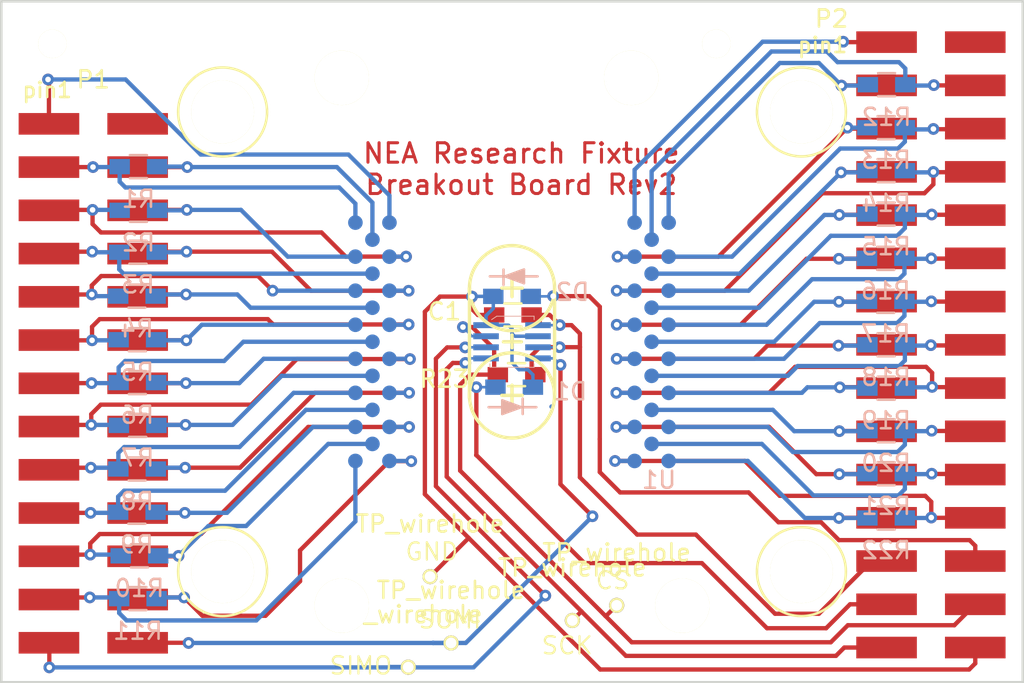
<source format=kicad_pcb>
(kicad_pcb (version 4) (host pcbnew 4.0.1-stable)

  (general
    (links 111)
    (no_connects 0)
    (area -30.075001 -26.517 30.075001 22.095)
    (thickness 1.6)
    (drawings 23)
    (tracks 596)
    (zones 0)
    (modules 38)
    (nets 57)
  )

  (page A4)
  (layers
    (0 F.Cu signal)
    (31 B.Cu signal)
    (32 B.Adhes user hide)
    (33 F.Adhes user hide)
    (34 B.Paste user)
    (35 F.Paste user)
    (36 B.SilkS user)
    (37 F.SilkS user)
    (38 B.Mask user)
    (39 F.Mask user)
    (40 Dwgs.User user)
    (41 Cmts.User user)
    (42 Eco1.User user)
    (43 Eco2.User user)
    (44 Edge.Cuts user)
    (45 Margin user)
    (46 B.CrtYd user hide)
    (47 F.CrtYd user)
    (48 B.Fab user)
    (49 F.Fab user hide)
  )

  (setup
    (last_trace_width 0.25)
    (user_trace_width 0.1524)
    (user_trace_width 0.1778)
    (user_trace_width 0.2032)
    (user_trace_width 0.254)
    (trace_clearance 0.2)
    (zone_clearance 0.508)
    (zone_45_only no)
    (trace_min 0.1524)
    (segment_width 0.2)
    (edge_width 0.15)
    (via_size 0.6858)
    (via_drill 0.3302)
    (via_min_size 0.6858)
    (via_min_drill 0.3302)
    (user_via 0.6858 0.3302)
    (uvia_size 0.3)
    (uvia_drill 0.1)
    (uvias_allowed no)
    (uvia_min_size 0.2)
    (uvia_min_drill 0.1)
    (pcb_text_width 0.3)
    (pcb_text_size 1.5 1.5)
    (mod_edge_width 0.15)
    (mod_text_size 1 1)
    (mod_text_width 0.15)
    (pad_size 1.524 1.524)
    (pad_drill 0.762)
    (pad_to_mask_clearance 0.2)
    (aux_axis_origin 0 0)
    (visible_elements 7FFEFF7F)
    (pcbplotparams
      (layerselection 0x010f0_80000001)
      (usegerberextensions true)
      (excludeedgelayer true)
      (linewidth 0.100000)
      (plotframeref false)
      (viasonmask false)
      (mode 1)
      (useauxorigin false)
      (hpglpennumber 1)
      (hpglpenspeed 20)
      (hpglpendiameter 15)
      (hpglpenoverlay 2)
      (psnegative false)
      (psa4output false)
      (plotreference true)
      (plotvalue true)
      (plotinvisibletext false)
      (padsonsilk false)
      (subtractmaskfromsilk false)
      (outputformat 1)
      (mirror false)
      (drillshape 0)
      (scaleselection 1)
      (outputdirectory project_outputs/))
  )

  (net 0 "")
  (net 1 /MID1)
  (net 2 /MID2)
  (net 3 /A1)
  (net 4 /A2)
  (net 5 /B1)
  (net 6 /B2)
  (net 7 /LED1)
  (net 8 GND)
  (net 9 /LED2)
  (net 10 "Net-(P1-Pad2)")
  (net 11 /C1)
  (net 12 /C2)
  (net 13 /D1)
  (net 14 /D2)
  (net 15 /E1)
  (net 16 /E2)
  (net 17 /F1)
  (net 18 /F2)
  (net 19 /G1)
  (net 20 /G2)
  (net 21 /H1)
  (net 22 /H2)
  (net 23 /I1)
  (net 24 /I2)
  (net 25 /J1)
  (net 26 /J2)
  (net 27 /K1)
  (net 28 /K2)
  (net 29 /L1)
  (net 30 /L2)
  (net 31 /M1)
  (net 32 /M2)
  (net 33 /N1)
  (net 34 /N2)
  (net 35 /O1)
  (net 36 /O2)
  (net 37 /P1)
  (net 38 /P2)
  (net 39 /Q1)
  (net 40 /Q2)
  (net 41 /R1)
  (net 42 /R2)
  (net 43 /S1)
  (net 44 /S2)
  (net 45 /T1)
  (net 46 /T2)
  (net 47 /U1)
  (net 48 /U2)
  (net 49 /V1)
  (net 50 /V2)
  (net 51 /VDD)
  (net 52 "Net-(P2-Pad2)")
  (net 53 /~CS)
  (net 54 /SDO)
  (net 55 /SDI)
  (net 56 /SCK)

  (net_class Default "This is the default net class."
    (clearance 0.2)
    (trace_width 0.25)
    (via_dia 0.6858)
    (via_drill 0.3302)
    (uvia_dia 0.3)
    (uvia_drill 0.1)
    (add_net /A1)
    (add_net /A2)
    (add_net /B1)
    (add_net /B2)
    (add_net /C1)
    (add_net /C2)
    (add_net /D1)
    (add_net /D2)
    (add_net /E1)
    (add_net /E2)
    (add_net /F1)
    (add_net /F2)
    (add_net /G1)
    (add_net /G2)
    (add_net /H1)
    (add_net /H2)
    (add_net /I1)
    (add_net /I2)
    (add_net /J1)
    (add_net /J2)
    (add_net /K1)
    (add_net /K2)
    (add_net /L1)
    (add_net /L2)
    (add_net /LED1)
    (add_net /LED2)
    (add_net /M1)
    (add_net /M2)
    (add_net /MID1)
    (add_net /MID2)
    (add_net /N1)
    (add_net /N2)
    (add_net /O1)
    (add_net /O2)
    (add_net /P1)
    (add_net /P2)
    (add_net /Q1)
    (add_net /Q2)
    (add_net /R1)
    (add_net /R2)
    (add_net /S1)
    (add_net /S2)
    (add_net /SCK)
    (add_net /SDI)
    (add_net /SDO)
    (add_net /T1)
    (add_net /T2)
    (add_net /U1)
    (add_net /U2)
    (add_net /V1)
    (add_net /V2)
    (add_net /VDD)
    (add_net /~CS)
    (add_net GND)
    (add_net "Net-(P1-Pad2)")
    (add_net "Net-(P2-Pad2)")
  )

  (module footprints_on_Cdrive:dowel_holes2 (layer F.Cu) (tedit 5892E1F6) (tstamp 58959EFE)
    (at 0 0)
    (path /589314F8)
    (fp_text reference H3 (at -8.636 -24.392) (layer F.SilkS) hide
      (effects (font (size 1 1) (thickness 0.15)))
    )
    (fp_text value dowel_holes2 (at -8.636 -25.392) (layer F.Fab)
      (effects (font (size 1 1) (thickness 0.15)))
    )
    (pad "" np_thru_hole circle (at -27 -17.5) (size 1.6764 1.6764) (drill 1.6764) (layers *.Cu *.Mask F.SilkS))
    (pad "" np_thru_hole circle (at 12 -17.5) (size 1.6764 1.6764) (drill 1.6764) (layers *.Cu *.Mask F.SilkS))
  )

  (module Footprints:mount_holes (layer F.Cu) (tedit 58874106) (tstamp 58873C8F)
    (at 0 0)
    (path /5887E3FD)
    (fp_text reference H1 (at 0.925 19.725) (layer F.SilkS) hide
      (effects (font (size 1 1) (thickness 0.15)))
    )
    (fp_text value mount_holes (at 1.325 17.925) (layer F.Fab) hide
      (effects (font (size 1 1) (thickness 0.15)))
    )
    (fp_circle (center -17 -13.5) (end -19.6122 -13.5) (layer F.SilkS) (width 0.15))
    (fp_circle (center 17 13.5) (end 19.6122 13.5) (layer F.SilkS) (width 0.15))
    (fp_circle (center 17 -13.5) (end 19.6122 -13.5) (layer F.SilkS) (width 0.15))
    (fp_circle (center -17 13.5) (end -19.6122 13.5) (layer F.SilkS) (width 0.15))
    (pad "" np_thru_hole circle (at -17 -13.5) (size 3.7 3.7) (drill 3.7) (layers *.Cu *.Mask F.SilkS))
    (pad "" np_thru_hole circle (at -17 13.5) (size 3.7 3.7) (drill 3.7) (layers *.Cu *.Mask F.SilkS))
    (pad "" np_thru_hole circle (at 17 13.5) (size 3.7 3.7) (drill 3.7) (layers *.Cu *.Mask F.SilkS))
    (pad "" np_thru_hole circle (at 17 -13.5) (size 3.7 3.7) (drill 3.7) (layers *.Cu *.Mask F.SilkS))
  )

  (module Footprints:header_smt_2x13 (layer F.Cu) (tedit 5887072C) (tstamp 58870A2D)
    (at -27.2 -12.8 270)
    (path /5886C19D)
    (fp_text reference P1 (at -2.6 -2.6 360) (layer F.SilkS)
      (effects (font (size 1 1) (thickness 0.15)))
    )
    (fp_text value CONN_02X13 (at 33.16 -2.36 360) (layer F.Fab) hide
      (effects (font (size 1 1) (thickness 0.15)))
    )
    (pad 1 smd rect (at 0 0 270) (size 1.27 3.56) (layers F.Cu F.Paste F.Mask)
      (net 1 /MID1))
    (pad 2 smd rect (at 0 -5.21 270) (size 1.27 3.56) (layers F.Cu F.Paste F.Mask)
      (net 10 "Net-(P1-Pad2)"))
    (pad 3 smd rect (at 2.54 0 270) (size 1.27 3.56) (layers F.Cu F.Paste F.Mask)
      (net 3 /A1))
    (pad 4 smd rect (at 2.54 -5.21 270) (size 1.27 3.56) (layers F.Cu F.Paste F.Mask)
      (net 4 /A2))
    (pad 5 smd rect (at 5.08 0 270) (size 1.27 3.56) (layers F.Cu F.Paste F.Mask)
      (net 5 /B1))
    (pad 6 smd rect (at 5.08 -5.21 270) (size 1.27 3.56) (layers F.Cu F.Paste F.Mask)
      (net 6 /B2))
    (pad 7 smd rect (at 7.62 0 270) (size 1.27 3.56) (layers F.Cu F.Paste F.Mask)
      (net 11 /C1))
    (pad 8 smd rect (at 7.62 -5.21 270) (size 1.27 3.56) (layers F.Cu F.Paste F.Mask)
      (net 12 /C2))
    (pad 9 smd rect (at 10.16 0 270) (size 1.27 3.56) (layers F.Cu F.Paste F.Mask)
      (net 13 /D1))
    (pad 10 smd rect (at 10.16 -5.21 270) (size 1.27 3.56) (layers F.Cu F.Paste F.Mask)
      (net 14 /D2))
    (pad 11 smd rect (at 12.7 0 270) (size 1.27 3.56) (layers F.Cu F.Paste F.Mask)
      (net 15 /E1))
    (pad 12 smd rect (at 12.7 -5.21 270) (size 1.27 3.56) (layers F.Cu F.Paste F.Mask)
      (net 16 /E2))
    (pad 13 smd rect (at 15.24 0 270) (size 1.27 3.56) (layers F.Cu F.Paste F.Mask)
      (net 17 /F1))
    (pad 14 smd rect (at 15.24 -5.21 270) (size 1.27 3.56) (layers F.Cu F.Paste F.Mask)
      (net 18 /F2))
    (pad 15 smd rect (at 17.78 0 270) (size 1.27 3.56) (layers F.Cu F.Paste F.Mask)
      (net 19 /G1))
    (pad 16 smd rect (at 17.78 -5.21 270) (size 1.27 3.56) (layers F.Cu F.Paste F.Mask)
      (net 20 /G2))
    (pad 17 smd rect (at 20.32 0 270) (size 1.27 3.56) (layers F.Cu F.Paste F.Mask)
      (net 21 /H1))
    (pad 18 smd rect (at 20.32 -5.21 270) (size 1.27 3.56) (layers F.Cu F.Paste F.Mask)
      (net 22 /H2))
    (pad 19 smd rect (at 22.86 0 270) (size 1.27 3.56) (layers F.Cu F.Paste F.Mask)
      (net 23 /I1))
    (pad 20 smd rect (at 22.86 -5.21 270) (size 1.27 3.56) (layers F.Cu F.Paste F.Mask)
      (net 24 /I2))
    (pad 21 smd rect (at 25.4 0 270) (size 1.27 3.56) (layers F.Cu F.Paste F.Mask)
      (net 25 /J1))
    (pad 22 smd rect (at 25.4 -5.21 270) (size 1.27 3.56) (layers F.Cu F.Paste F.Mask)
      (net 26 /J2))
    (pad 23 smd rect (at 27.94 0 270) (size 1.27 3.56) (layers F.Cu F.Paste F.Mask)
      (net 27 /K1))
    (pad 24 smd rect (at 27.94 -5.21 270) (size 1.27 3.56) (layers F.Cu F.Paste F.Mask)
      (net 28 /K2))
    (pad 25 smd rect (at 30.48 0 270) (size 1.27 3.56) (layers F.Cu F.Paste F.Mask)
      (net 55 /SDI))
    (pad 26 smd rect (at 30.48 -5.21 270) (size 1.27 3.56) (layers F.Cu F.Paste F.Mask)
      (net 54 /SDO))
  )

  (module Footprints:header_smt_2x15 (layer F.Cu) (tedit 58872599) (tstamp 58870A6B)
    (at 22 -17.6 270)
    (path /5886C14C)
    (fp_text reference P2 (at -1.3738 3.2326 360) (layer F.SilkS)
      (effects (font (size 1 1) (thickness 0.15)))
    )
    (fp_text value CONN_02X15 (at 38.72 -2.32 360) (layer F.Fab) hide
      (effects (font (size 1 1) (thickness 0.15)))
    )
    (pad 1 smd rect (at 0 0 270) (size 1.27 3.56) (layers F.Cu F.Paste F.Mask)
      (net 2 /MID2))
    (pad 2 smd rect (at 0 -5.21 270) (size 1.27 3.56) (layers F.Cu F.Paste F.Mask)
      (net 52 "Net-(P2-Pad2)"))
    (pad 3 smd rect (at 2.54 0 270) (size 1.27 3.56) (layers F.Cu F.Paste F.Mask)
      (net 29 /L1))
    (pad 4 smd rect (at 2.54 -5.21 270) (size 1.27 3.56) (layers F.Cu F.Paste F.Mask)
      (net 30 /L2))
    (pad 5 smd rect (at 5.08 0 270) (size 1.27 3.56) (layers F.Cu F.Paste F.Mask)
      (net 31 /M1))
    (pad 6 smd rect (at 5.08 -5.21 270) (size 1.27 3.56) (layers F.Cu F.Paste F.Mask)
      (net 32 /M2))
    (pad 7 smd rect (at 7.62 0 270) (size 1.27 3.56) (layers F.Cu F.Paste F.Mask)
      (net 33 /N1))
    (pad 8 smd rect (at 7.62 -5.21 270) (size 1.27 3.56) (layers F.Cu F.Paste F.Mask)
      (net 34 /N2))
    (pad 9 smd rect (at 10.16 0 270) (size 1.27 3.56) (layers F.Cu F.Paste F.Mask)
      (net 35 /O1))
    (pad 10 smd rect (at 10.16 -5.21 270) (size 1.27 3.56) (layers F.Cu F.Paste F.Mask)
      (net 36 /O2))
    (pad 11 smd rect (at 12.7 0 270) (size 1.27 3.56) (layers F.Cu F.Paste F.Mask)
      (net 37 /P1))
    (pad 12 smd rect (at 12.7 -5.21 270) (size 1.27 3.56) (layers F.Cu F.Paste F.Mask)
      (net 38 /P2))
    (pad 13 smd rect (at 15.24 0 270) (size 1.27 3.56) (layers F.Cu F.Paste F.Mask)
      (net 39 /Q1))
    (pad 14 smd rect (at 15.24 -5.21 270) (size 1.27 3.56) (layers F.Cu F.Paste F.Mask)
      (net 40 /Q2))
    (pad 15 smd rect (at 17.78 0 270) (size 1.27 3.56) (layers F.Cu F.Paste F.Mask)
      (net 41 /R1))
    (pad 16 smd rect (at 17.78 -5.21 270) (size 1.27 3.56) (layers F.Cu F.Paste F.Mask)
      (net 42 /R2))
    (pad 17 smd rect (at 20.32 0 270) (size 1.27 3.56) (layers F.Cu F.Paste F.Mask)
      (net 43 /S1))
    (pad 18 smd rect (at 20.32 -5.21 270) (size 1.27 3.56) (layers F.Cu F.Paste F.Mask)
      (net 44 /S2))
    (pad 19 smd rect (at 22.86 0 270) (size 1.27 3.56) (layers F.Cu F.Paste F.Mask)
      (net 45 /T1))
    (pad 20 smd rect (at 22.86 -5.21 270) (size 1.27 3.56) (layers F.Cu F.Paste F.Mask)
      (net 46 /T2))
    (pad 21 smd rect (at 25.4 0 270) (size 1.27 3.56) (layers F.Cu F.Paste F.Mask)
      (net 47 /U1))
    (pad 22 smd rect (at 25.4 -5.21 270) (size 1.27 3.56) (layers F.Cu F.Paste F.Mask)
      (net 48 /U2))
    (pad 23 smd rect (at 27.94 0 270) (size 1.27 3.56) (layers F.Cu F.Paste F.Mask)
      (net 49 /V1))
    (pad 24 smd rect (at 27.94 -5.21 270) (size 1.27 3.56) (layers F.Cu F.Paste F.Mask)
      (net 50 /V2))
    (pad 25 smd rect (at 30.48 0 270) (size 1.27 3.56) (layers F.Cu F.Paste F.Mask)
      (net 51 /VDD))
    (pad 26 smd rect (at 30.48 -5.21 270) (size 1.27 3.56) (layers F.Cu F.Paste F.Mask)
      (net 9 /LED2))
    (pad 27 smd rect (at 33.02 0 270) (size 1.27 3.56) (layers F.Cu F.Paste F.Mask)
      (net 7 /LED1))
    (pad 28 smd rect (at 33.02 -5.21 270) (size 1.27 3.56) (layers F.Cu F.Paste F.Mask)
      (net 53 /~CS))
    (pad 29 smd rect (at 35.56 0 270) (size 1.27 3.56) (layers F.Cu F.Paste F.Mask)
      (net 56 /SCK))
    (pad 30 smd rect (at 35.56 -5.21 270) (size 1.27 3.56) (layers F.Cu F.Paste F.Mask)
      (net 8 GND))
  )

  (module Footprints:bondpads (layer B.Cu) (tedit 5886F4EF) (tstamp 588711FB)
    (at 0 0 180)
    (path /58831B10)
    (fp_text reference BP1 (at -1.8 -0.5 180) (layer B.SilkS) hide
      (effects (font (size 1 1) (thickness 0.15)) (justify mirror))
    )
    (fp_text value "Die Bond Pads" (at -1.8 0.5 180) (layer B.Fab) hide
      (effects (font (size 1 1) (thickness 0.15)) (justify mirror))
    )
    (pad 1 smd circle (at -7.2 7 180) (size 0.86 0.86) (layers B.Cu B.Paste B.Mask)
      (net 2 /MID2))
    (pad 2 smd circle (at 7.2 7 180) (size 0.86 0.86) (layers B.Cu B.Paste B.Mask)
      (net 1 /MID1))
    (pad 3 smd circle (at 9.2 7 180) (size 0.86 0.86) (layers B.Cu B.Paste B.Mask)
      (net 3 /A1))
    (pad 4 smd circle (at 8.2 6 180) (size 0.86 0.86) (layers B.Cu B.Paste B.Mask)
      (net 4 /A2))
    (pad 5 smd circle (at 7.2 5 180) (size 0.86 0.86) (layers B.Cu B.Paste B.Mask)
      (net 5 /B1))
    (pad 6 smd circle (at 9.2 5 180) (size 0.86 0.86) (layers B.Cu B.Paste B.Mask)
      (net 6 /B2))
    (pad 7 smd circle (at 8.2 4 180) (size 0.86 0.86) (layers B.Cu B.Paste B.Mask)
      (net 11 /C1))
    (pad 8 smd circle (at 7.2 3 180) (size 0.86 0.86) (layers B.Cu B.Paste B.Mask)
      (net 12 /C2))
    (pad 9 smd circle (at 9.2 3 180) (size 0.86 0.86) (layers B.Cu B.Paste B.Mask)
      (net 13 /D1))
    (pad 10 smd circle (at 8.2 2 180) (size 0.86 0.86) (layers B.Cu B.Paste B.Mask)
      (net 14 /D2))
    (pad 11 smd circle (at 7.2 1 180) (size 0.86 0.86) (layers B.Cu B.Paste B.Mask)
      (net 15 /E1))
    (pad 12 smd circle (at 9.2 1 180) (size 0.86 0.86) (layers B.Cu B.Paste B.Mask)
      (net 16 /E2))
    (pad 13 smd circle (at 8.2 0 180) (size 0.86 0.86) (layers B.Cu B.Paste B.Mask)
      (net 17 /F1))
    (pad 14 smd circle (at 9.2 -1 180) (size 0.86 0.86) (layers B.Cu B.Paste B.Mask)
      (net 18 /F2))
    (pad 15 smd circle (at 7.2 -1 180) (size 0.86 0.86) (layers B.Cu B.Paste B.Mask)
      (net 19 /G1))
    (pad 16 smd circle (at 8.2 -2 180) (size 0.86 0.86) (layers B.Cu B.Paste B.Mask)
      (net 20 /G2))
    (pad 17 smd circle (at 9.2 -3 180) (size 0.86 0.86) (layers B.Cu B.Paste B.Mask)
      (net 21 /H1))
    (pad 18 smd circle (at 7.2 -3 180) (size 0.86 0.86) (layers B.Cu B.Paste B.Mask)
      (net 22 /H2))
    (pad 19 smd circle (at 8.2 -4 180) (size 0.86 0.86) (layers B.Cu B.Paste B.Mask)
      (net 23 /I1))
    (pad 20 smd circle (at 9.2 -5 180) (size 0.86 0.86) (layers B.Cu B.Paste B.Mask)
      (net 24 /I2))
    (pad 21 smd circle (at 7.2 -5 180) (size 0.86 0.86) (layers B.Cu B.Paste B.Mask)
      (net 25 /J1))
    (pad 22 smd circle (at 8.2 -6 180) (size 0.86 0.86) (layers B.Cu B.Paste B.Mask)
      (net 26 /J2))
    (pad 23 smd circle (at 9.2 -7 180) (size 0.86 0.86) (layers B.Cu B.Paste B.Mask)
      (net 27 /K1))
    (pad 24 smd circle (at 7.2 -7 180) (size 0.86 0.86) (layers B.Cu B.Paste B.Mask)
      (net 28 /K2))
    (pad 25 smd circle (at -9.2 7 180) (size 0.86 0.86) (layers B.Cu B.Paste B.Mask)
      (net 29 /L1))
    (pad 26 smd circle (at -8.2 6 180) (size 0.86 0.86) (layers B.Cu B.Paste B.Mask)
      (net 30 /L2))
    (pad 27 smd circle (at -7.2 5 180) (size 0.86 0.86) (layers B.Cu B.Paste B.Mask)
      (net 31 /M1))
    (pad 28 smd circle (at -9.2 5 180) (size 0.86 0.86) (layers B.Cu B.Paste B.Mask)
      (net 32 /M2))
    (pad 29 smd circle (at -8.2 4 180) (size 0.86 0.86) (layers B.Cu B.Paste B.Mask)
      (net 33 /N1))
    (pad 30 smd circle (at -7.2 3 180) (size 0.86 0.86) (layers B.Cu B.Paste B.Mask)
      (net 34 /N2))
    (pad 31 smd circle (at -9.2 3 180) (size 0.86 0.86) (layers B.Cu B.Paste B.Mask)
      (net 35 /O1))
    (pad 32 smd circle (at -8.2 2 180) (size 0.86 0.86) (layers B.Cu B.Paste B.Mask)
      (net 36 /O2))
    (pad 33 smd circle (at -7.2 1 180) (size 0.86 0.86) (layers B.Cu B.Paste B.Mask)
      (net 37 /P1))
    (pad 34 smd circle (at -9.2 1 180) (size 0.86 0.86) (layers B.Cu B.Paste B.Mask)
      (net 38 /P2))
    (pad 35 smd circle (at -8.2 0 180) (size 0.86 0.86) (layers B.Cu B.Paste B.Mask)
      (net 39 /Q1))
    (pad 36 smd circle (at -9.2 -1 180) (size 0.86 0.86) (layers B.Cu B.Paste B.Mask)
      (net 40 /Q2))
    (pad 37 smd circle (at -7.2 -1 180) (size 0.86 0.86) (layers B.Cu B.Paste B.Mask)
      (net 41 /R1))
    (pad 38 smd circle (at -8.2 -2 180) (size 0.86 0.86) (layers B.Cu B.Paste B.Mask)
      (net 42 /R2))
    (pad 39 smd circle (at -9.2 -3 180) (size 0.86 0.86) (layers B.Cu B.Paste B.Mask)
      (net 43 /S1))
    (pad 40 smd circle (at -7.2 -3 180) (size 0.86 0.86) (layers B.Cu B.Paste B.Mask)
      (net 44 /S2))
    (pad 41 smd circle (at -8.2 -4 180) (size 0.86 0.86) (layers B.Cu B.Paste B.Mask)
      (net 45 /T1))
    (pad 42 smd circle (at -9.2 -5 180) (size 0.86 0.86) (layers B.Cu B.Paste B.Mask)
      (net 46 /T2))
    (pad 43 smd circle (at -7.2 -5 180) (size 0.86 0.86) (layers B.Cu B.Paste B.Mask)
      (net 47 /U1))
    (pad 44 smd circle (at -8.2 -6 180) (size 0.86 0.86) (layers B.Cu B.Paste B.Mask)
      (net 48 /U2))
    (pad 45 smd circle (at -9.2 -7 180) (size 0.86 0.86) (layers B.Cu B.Paste B.Mask)
      (net 49 /V1))
    (pad 46 smd circle (at -7.2 -7 180) (size 0.86 0.86) (layers B.Cu B.Paste B.Mask)
      (net 50 /V2))
  )

  (module Footprints:dowel_holes (layer F.Cu) (tedit 58870316) (tstamp 5887146C)
    (at 0 0)
    (path /5887E2E5)
    (fp_text reference H2 (at 0 0.5) (layer F.SilkS) hide
      (effects (font (size 1 1) (thickness 0.15)))
    )
    (fp_text value dowel_holes (at 0 -0.5) (layer F.Fab) hide
      (effects (font (size 1 1) (thickness 0.15)))
    )
    (pad "" np_thru_hole circle (at -10 -15.5) (size 3.2 3.2) (drill 3.2) (layers *.Cu *.Mask F.SilkS))
    (pad "" np_thru_hole circle (at -10 15.5) (size 3.2 3.2) (drill 3.2) (layers *.Cu *.Mask F.SilkS))
    (pad "" np_thru_hole circle (at 10 15.5) (size 3.2 3.2) (drill 3.2) (layers *.Cu *.Mask F.SilkS))
    (pad "" np_thru_hole circle (at 7 -15.5) (size 3.2 3.2) (drill 3.2) (layers *.Cu *.Mask F.SilkS))
  )

  (module Footprints:0603_diode (layer B.Cu) (tedit 58871A9D) (tstamp 58870A0D)
    (at 0 -2.667)
    (descr "Resistor SMD 0603, hand soldering")
    (tags "resistor 0603")
    (path /588749CF)
    (attr smd)
    (fp_text reference D2 (at 3.556 -0.254) (layer B.SilkS)
      (effects (font (size 1 1) (thickness 0.15)) (justify mirror))
    )
    (fp_text value LED_SMT (at 0.62 -4.07) (layer B.Fab) hide
      (effects (font (size 1 1) (thickness 0.15)) (justify mirror))
    )
    (fp_line (start -0.5 -1.175) (end -1.3 -1.175) (layer B.SilkS) (width 0.15))
    (fp_line (start 0.8 -1.175) (end 1.5 -1.175) (layer B.SilkS) (width 0.15))
    (fp_line (start -0.1 -1.175) (end 0.6 -0.875) (layer B.SilkS) (width 0.15))
    (fp_line (start 0.6 -0.875) (end 0 -1.275) (layer B.SilkS) (width 0.15))
    (fp_line (start 0 -1.275) (end 0.6 -0.975) (layer B.SilkS) (width 0.15))
    (fp_line (start 0.6 -0.975) (end 0.2 -1.275) (layer B.SilkS) (width 0.15))
    (fp_line (start 0.2 -1.275) (end 0.6 -1.075) (layer B.SilkS) (width 0.15))
    (fp_line (start 0.6 -1.075) (end 0.3 -1.375) (layer B.SilkS) (width 0.15))
    (fp_line (start 0.3 -1.375) (end 0.6 -1.175) (layer B.SilkS) (width 0.15))
    (fp_line (start 0.6 -1.175) (end 0.6 -1.475) (layer B.SilkS) (width 0.15))
    (fp_line (start 0.6 -1.475) (end 0.5 -1.375) (layer B.SilkS) (width 0.15))
    (fp_line (start 0.5 -1.375) (end 0.2 -1.275) (layer B.SilkS) (width 0.15))
    (fp_line (start 0.2 -1.275) (end 0.2 -1.175) (layer B.SilkS) (width 0.15))
    (fp_line (start -0.5 -0.675) (end -0.5 -1.575) (layer B.SilkS) (width 0.15))
    (fp_line (start 0.7 -0.775) (end 0.7 -1.575) (layer B.SilkS) (width 0.15))
    (fp_line (start 0.7 -1.575) (end -0.4 -1.175) (layer B.SilkS) (width 0.15))
    (fp_line (start -0.4 -1.175) (end 0.7 -0.775) (layer B.SilkS) (width 0.15))
    (pad 1 smd rect (at 1.1 0) (size 1.2 0.9) (layers B.Cu B.Paste B.Mask)
      (net 9 /LED2))
    (pad 2 smd rect (at -1.1 0) (size 1.2 0.9) (layers B.Cu B.Paste B.Mask)
      (net 8 GND))
    (model Resistors_SMD.3dshapes/R_0603_HandSoldering.wrl
      (at (xyz 0 0 0))
      (scale (xyz 1 1 1))
      (rotate (xyz 0 0 0))
    )
  )

  (module Footprints:0603_diode (layer B.Cu) (tedit 58871AAF) (tstamp 588709ED)
    (at 0.127 2.667 180)
    (descr "Resistor SMD 0603, hand soldering")
    (tags "resistor 0603")
    (path /58874337)
    (attr smd)
    (fp_text reference D1 (at -3.302 -0.254 180) (layer B.SilkS)
      (effects (font (size 1 1) (thickness 0.15)) (justify mirror))
    )
    (fp_text value LED_SMT (at 0.62 -4.07 180) (layer B.Fab) hide
      (effects (font (size 1 1) (thickness 0.15)) (justify mirror))
    )
    (fp_line (start -0.5 -1.175) (end -1.3 -1.175) (layer B.SilkS) (width 0.15))
    (fp_line (start 0.8 -1.175) (end 1.5 -1.175) (layer B.SilkS) (width 0.15))
    (fp_line (start -0.1 -1.175) (end 0.6 -0.875) (layer B.SilkS) (width 0.15))
    (fp_line (start 0.6 -0.875) (end 0 -1.275) (layer B.SilkS) (width 0.15))
    (fp_line (start 0 -1.275) (end 0.6 -0.975) (layer B.SilkS) (width 0.15))
    (fp_line (start 0.6 -0.975) (end 0.2 -1.275) (layer B.SilkS) (width 0.15))
    (fp_line (start 0.2 -1.275) (end 0.6 -1.075) (layer B.SilkS) (width 0.15))
    (fp_line (start 0.6 -1.075) (end 0.3 -1.375) (layer B.SilkS) (width 0.15))
    (fp_line (start 0.3 -1.375) (end 0.6 -1.175) (layer B.SilkS) (width 0.15))
    (fp_line (start 0.6 -1.175) (end 0.6 -1.475) (layer B.SilkS) (width 0.15))
    (fp_line (start 0.6 -1.475) (end 0.5 -1.375) (layer B.SilkS) (width 0.15))
    (fp_line (start 0.5 -1.375) (end 0.2 -1.275) (layer B.SilkS) (width 0.15))
    (fp_line (start 0.2 -1.275) (end 0.2 -1.175) (layer B.SilkS) (width 0.15))
    (fp_line (start -0.5 -0.675) (end -0.5 -1.575) (layer B.SilkS) (width 0.15))
    (fp_line (start 0.7 -0.775) (end 0.7 -1.575) (layer B.SilkS) (width 0.15))
    (fp_line (start 0.7 -1.575) (end -0.4 -1.175) (layer B.SilkS) (width 0.15))
    (fp_line (start -0.4 -1.175) (end 0.7 -0.775) (layer B.SilkS) (width 0.15))
    (pad 1 smd rect (at 1.1 0 180) (size 1.2 0.9) (layers B.Cu B.Paste B.Mask)
      (net 7 /LED1))
    (pad 2 smd rect (at -1.1 0 180) (size 1.2 0.9) (layers B.Cu B.Paste B.Mask)
      (net 8 GND))
    (model Resistors_SMD.3dshapes/R_0603_HandSoldering.wrl
      (at (xyz 0 0 0))
      (scale (xyz 1 1 1))
      (rotate (xyz 0 0 0))
    )
  )

  (module Resistors_SMD:R_0603_HandSoldering (layer B.Cu) (tedit 58307AEF) (tstamp 58A6AD50)
    (at -21.9456 -10.287)
    (descr "Resistor SMD 0603, hand soldering")
    (tags "resistor 0603")
    (path /5886D086)
    (attr smd)
    (fp_text reference R1 (at 0 1.9) (layer B.SilkS)
      (effects (font (size 1 1) (thickness 0.15)) (justify mirror))
    )
    (fp_text value 1k (at 0 -1.9) (layer B.Fab)
      (effects (font (size 1 1) (thickness 0.15)) (justify mirror))
    )
    (fp_line (start -0.8 -0.4) (end -0.8 0.4) (layer B.Fab) (width 0.1))
    (fp_line (start 0.8 -0.4) (end -0.8 -0.4) (layer B.Fab) (width 0.1))
    (fp_line (start 0.8 0.4) (end 0.8 -0.4) (layer B.Fab) (width 0.1))
    (fp_line (start -0.8 0.4) (end 0.8 0.4) (layer B.Fab) (width 0.1))
    (fp_line (start -2 0.8) (end 2 0.8) (layer B.CrtYd) (width 0.05))
    (fp_line (start -2 -0.8) (end 2 -0.8) (layer B.CrtYd) (width 0.05))
    (fp_line (start -2 0.8) (end -2 -0.8) (layer B.CrtYd) (width 0.05))
    (fp_line (start 2 0.8) (end 2 -0.8) (layer B.CrtYd) (width 0.05))
    (fp_line (start 0.5 -0.675) (end -0.5 -0.675) (layer B.SilkS) (width 0.15))
    (fp_line (start -0.5 0.675) (end 0.5 0.675) (layer B.SilkS) (width 0.15))
    (pad 1 smd rect (at -1.1 0) (size 1.2 0.9) (layers B.Cu B.Paste B.Mask)
      (net 3 /A1))
    (pad 2 smd rect (at 1.1 0) (size 1.2 0.9) (layers B.Cu B.Paste B.Mask)
      (net 4 /A2))
    (model Resistors_SMD.3dshapes/R_0603_HandSoldering.wrl
      (at (xyz 0 0 0))
      (scale (xyz 1 1 1))
      (rotate (xyz 0 0 0))
    )
  )

  (module Resistors_SMD:R_0603_HandSoldering (layer B.Cu) (tedit 58307AEF) (tstamp 58A6AD5F)
    (at -21.9456 -7.7216)
    (descr "Resistor SMD 0603, hand soldering")
    (tags "resistor 0603")
    (path /58881A29)
    (attr smd)
    (fp_text reference R2 (at 0 1.9) (layer B.SilkS)
      (effects (font (size 1 1) (thickness 0.15)) (justify mirror))
    )
    (fp_text value 1.5k (at 0 -1.9) (layer B.Fab)
      (effects (font (size 1 1) (thickness 0.15)) (justify mirror))
    )
    (fp_line (start -0.8 -0.4) (end -0.8 0.4) (layer B.Fab) (width 0.1))
    (fp_line (start 0.8 -0.4) (end -0.8 -0.4) (layer B.Fab) (width 0.1))
    (fp_line (start 0.8 0.4) (end 0.8 -0.4) (layer B.Fab) (width 0.1))
    (fp_line (start -0.8 0.4) (end 0.8 0.4) (layer B.Fab) (width 0.1))
    (fp_line (start -2 0.8) (end 2 0.8) (layer B.CrtYd) (width 0.05))
    (fp_line (start -2 -0.8) (end 2 -0.8) (layer B.CrtYd) (width 0.05))
    (fp_line (start -2 0.8) (end -2 -0.8) (layer B.CrtYd) (width 0.05))
    (fp_line (start 2 0.8) (end 2 -0.8) (layer B.CrtYd) (width 0.05))
    (fp_line (start 0.5 -0.675) (end -0.5 -0.675) (layer B.SilkS) (width 0.15))
    (fp_line (start -0.5 0.675) (end 0.5 0.675) (layer B.SilkS) (width 0.15))
    (pad 1 smd rect (at -1.1 0) (size 1.2 0.9) (layers B.Cu B.Paste B.Mask)
      (net 5 /B1))
    (pad 2 smd rect (at 1.1 0) (size 1.2 0.9) (layers B.Cu B.Paste B.Mask)
      (net 6 /B2))
    (model Resistors_SMD.3dshapes/R_0603_HandSoldering.wrl
      (at (xyz 0 0 0))
      (scale (xyz 1 1 1))
      (rotate (xyz 0 0 0))
    )
  )

  (module Resistors_SMD:R_0603_HandSoldering (layer B.Cu) (tedit 58307AEF) (tstamp 58A6AD6E)
    (at -21.971 -5.2578)
    (descr "Resistor SMD 0603, hand soldering")
    (tags "resistor 0603")
    (path /58881C51)
    (attr smd)
    (fp_text reference R3 (at 0 1.9) (layer B.SilkS)
      (effects (font (size 1 1) (thickness 0.15)) (justify mirror))
    )
    (fp_text value 2k (at 0 -1.9) (layer B.Fab)
      (effects (font (size 1 1) (thickness 0.15)) (justify mirror))
    )
    (fp_line (start -0.8 -0.4) (end -0.8 0.4) (layer B.Fab) (width 0.1))
    (fp_line (start 0.8 -0.4) (end -0.8 -0.4) (layer B.Fab) (width 0.1))
    (fp_line (start 0.8 0.4) (end 0.8 -0.4) (layer B.Fab) (width 0.1))
    (fp_line (start -0.8 0.4) (end 0.8 0.4) (layer B.Fab) (width 0.1))
    (fp_line (start -2 0.8) (end 2 0.8) (layer B.CrtYd) (width 0.05))
    (fp_line (start -2 -0.8) (end 2 -0.8) (layer B.CrtYd) (width 0.05))
    (fp_line (start -2 0.8) (end -2 -0.8) (layer B.CrtYd) (width 0.05))
    (fp_line (start 2 0.8) (end 2 -0.8) (layer B.CrtYd) (width 0.05))
    (fp_line (start 0.5 -0.675) (end -0.5 -0.675) (layer B.SilkS) (width 0.15))
    (fp_line (start -0.5 0.675) (end 0.5 0.675) (layer B.SilkS) (width 0.15))
    (pad 1 smd rect (at -1.1 0) (size 1.2 0.9) (layers B.Cu B.Paste B.Mask)
      (net 11 /C1))
    (pad 2 smd rect (at 1.1 0) (size 1.2 0.9) (layers B.Cu B.Paste B.Mask)
      (net 12 /C2))
    (model Resistors_SMD.3dshapes/R_0603_HandSoldering.wrl
      (at (xyz 0 0 0))
      (scale (xyz 1 1 1))
      (rotate (xyz 0 0 0))
    )
  )

  (module Resistors_SMD:R_0603_HandSoldering (layer B.Cu) (tedit 58307AEF) (tstamp 58A6AD7D)
    (at -22.0345 -2.6797)
    (descr "Resistor SMD 0603, hand soldering")
    (tags "resistor 0603")
    (path /58881D12)
    (attr smd)
    (fp_text reference R4 (at 0 1.9) (layer B.SilkS)
      (effects (font (size 1 1) (thickness 0.15)) (justify mirror))
    )
    (fp_text value 2.7k (at 0 -1.9) (layer B.Fab)
      (effects (font (size 1 1) (thickness 0.15)) (justify mirror))
    )
    (fp_line (start -0.8 -0.4) (end -0.8 0.4) (layer B.Fab) (width 0.1))
    (fp_line (start 0.8 -0.4) (end -0.8 -0.4) (layer B.Fab) (width 0.1))
    (fp_line (start 0.8 0.4) (end 0.8 -0.4) (layer B.Fab) (width 0.1))
    (fp_line (start -0.8 0.4) (end 0.8 0.4) (layer B.Fab) (width 0.1))
    (fp_line (start -2 0.8) (end 2 0.8) (layer B.CrtYd) (width 0.05))
    (fp_line (start -2 -0.8) (end 2 -0.8) (layer B.CrtYd) (width 0.05))
    (fp_line (start -2 0.8) (end -2 -0.8) (layer B.CrtYd) (width 0.05))
    (fp_line (start 2 0.8) (end 2 -0.8) (layer B.CrtYd) (width 0.05))
    (fp_line (start 0.5 -0.675) (end -0.5 -0.675) (layer B.SilkS) (width 0.15))
    (fp_line (start -0.5 0.675) (end 0.5 0.675) (layer B.SilkS) (width 0.15))
    (pad 1 smd rect (at -1.1 0) (size 1.2 0.9) (layers B.Cu B.Paste B.Mask)
      (net 13 /D1))
    (pad 2 smd rect (at 1.1 0) (size 1.2 0.9) (layers B.Cu B.Paste B.Mask)
      (net 14 /D2))
    (model Resistors_SMD.3dshapes/R_0603_HandSoldering.wrl
      (at (xyz 0 0 0))
      (scale (xyz 1 1 1))
      (rotate (xyz 0 0 0))
    )
  )

  (module Resistors_SMD:R_0603_HandSoldering (layer B.Cu) (tedit 58307AEF) (tstamp 58A6AD8C)
    (at -22.00656 -0.12192)
    (descr "Resistor SMD 0603, hand soldering")
    (tags "resistor 0603")
    (path /58881DFE)
    (attr smd)
    (fp_text reference R5 (at 0 1.9) (layer B.SilkS)
      (effects (font (size 1 1) (thickness 0.15)) (justify mirror))
    )
    (fp_text value 3.3k (at 0 -1.9) (layer B.Fab)
      (effects (font (size 1 1) (thickness 0.15)) (justify mirror))
    )
    (fp_line (start -0.8 -0.4) (end -0.8 0.4) (layer B.Fab) (width 0.1))
    (fp_line (start 0.8 -0.4) (end -0.8 -0.4) (layer B.Fab) (width 0.1))
    (fp_line (start 0.8 0.4) (end 0.8 -0.4) (layer B.Fab) (width 0.1))
    (fp_line (start -0.8 0.4) (end 0.8 0.4) (layer B.Fab) (width 0.1))
    (fp_line (start -2 0.8) (end 2 0.8) (layer B.CrtYd) (width 0.05))
    (fp_line (start -2 -0.8) (end 2 -0.8) (layer B.CrtYd) (width 0.05))
    (fp_line (start -2 0.8) (end -2 -0.8) (layer B.CrtYd) (width 0.05))
    (fp_line (start 2 0.8) (end 2 -0.8) (layer B.CrtYd) (width 0.05))
    (fp_line (start 0.5 -0.675) (end -0.5 -0.675) (layer B.SilkS) (width 0.15))
    (fp_line (start -0.5 0.675) (end 0.5 0.675) (layer B.SilkS) (width 0.15))
    (pad 1 smd rect (at -1.1 0) (size 1.2 0.9) (layers B.Cu B.Paste B.Mask)
      (net 15 /E1))
    (pad 2 smd rect (at 1.1 0) (size 1.2 0.9) (layers B.Cu B.Paste B.Mask)
      (net 16 /E2))
    (model Resistors_SMD.3dshapes/R_0603_HandSoldering.wrl
      (at (xyz 0 0 0))
      (scale (xyz 1 1 1))
      (rotate (xyz 0 0 0))
    )
  )

  (module Resistors_SMD:R_0603_HandSoldering (layer B.Cu) (tedit 58307AEF) (tstamp 58A6AD9B)
    (at -22.00656 2.39776)
    (descr "Resistor SMD 0603, hand soldering")
    (tags "resistor 0603")
    (path /588823FB)
    (attr smd)
    (fp_text reference R6 (at 0 1.9) (layer B.SilkS)
      (effects (font (size 1 1) (thickness 0.15)) (justify mirror))
    )
    (fp_text value 3.9k (at 0 -1.9) (layer B.Fab)
      (effects (font (size 1 1) (thickness 0.15)) (justify mirror))
    )
    (fp_line (start -0.8 -0.4) (end -0.8 0.4) (layer B.Fab) (width 0.1))
    (fp_line (start 0.8 -0.4) (end -0.8 -0.4) (layer B.Fab) (width 0.1))
    (fp_line (start 0.8 0.4) (end 0.8 -0.4) (layer B.Fab) (width 0.1))
    (fp_line (start -0.8 0.4) (end 0.8 0.4) (layer B.Fab) (width 0.1))
    (fp_line (start -2 0.8) (end 2 0.8) (layer B.CrtYd) (width 0.05))
    (fp_line (start -2 -0.8) (end 2 -0.8) (layer B.CrtYd) (width 0.05))
    (fp_line (start -2 0.8) (end -2 -0.8) (layer B.CrtYd) (width 0.05))
    (fp_line (start 2 0.8) (end 2 -0.8) (layer B.CrtYd) (width 0.05))
    (fp_line (start 0.5 -0.675) (end -0.5 -0.675) (layer B.SilkS) (width 0.15))
    (fp_line (start -0.5 0.675) (end 0.5 0.675) (layer B.SilkS) (width 0.15))
    (pad 1 smd rect (at -1.1 0) (size 1.2 0.9) (layers B.Cu B.Paste B.Mask)
      (net 17 /F1))
    (pad 2 smd rect (at 1.1 0) (size 1.2 0.9) (layers B.Cu B.Paste B.Mask)
      (net 18 /F2))
    (model Resistors_SMD.3dshapes/R_0603_HandSoldering.wrl
      (at (xyz 0 0 0))
      (scale (xyz 1 1 1))
      (rotate (xyz 0 0 0))
    )
  )

  (module Resistors_SMD:R_0603_HandSoldering (layer B.Cu) (tedit 58307AEF) (tstamp 58A6ADAA)
    (at -21.99132 4.91236)
    (descr "Resistor SMD 0603, hand soldering")
    (tags "resistor 0603")
    (path /5888250B)
    (attr smd)
    (fp_text reference R7 (at 0 1.9) (layer B.SilkS)
      (effects (font (size 1 1) (thickness 0.15)) (justify mirror))
    )
    (fp_text value 4.7k (at 0 -1.9) (layer B.Fab)
      (effects (font (size 1 1) (thickness 0.15)) (justify mirror))
    )
    (fp_line (start -0.8 -0.4) (end -0.8 0.4) (layer B.Fab) (width 0.1))
    (fp_line (start 0.8 -0.4) (end -0.8 -0.4) (layer B.Fab) (width 0.1))
    (fp_line (start 0.8 0.4) (end 0.8 -0.4) (layer B.Fab) (width 0.1))
    (fp_line (start -0.8 0.4) (end 0.8 0.4) (layer B.Fab) (width 0.1))
    (fp_line (start -2 0.8) (end 2 0.8) (layer B.CrtYd) (width 0.05))
    (fp_line (start -2 -0.8) (end 2 -0.8) (layer B.CrtYd) (width 0.05))
    (fp_line (start -2 0.8) (end -2 -0.8) (layer B.CrtYd) (width 0.05))
    (fp_line (start 2 0.8) (end 2 -0.8) (layer B.CrtYd) (width 0.05))
    (fp_line (start 0.5 -0.675) (end -0.5 -0.675) (layer B.SilkS) (width 0.15))
    (fp_line (start -0.5 0.675) (end 0.5 0.675) (layer B.SilkS) (width 0.15))
    (pad 1 smd rect (at -1.1 0) (size 1.2 0.9) (layers B.Cu B.Paste B.Mask)
      (net 19 /G1))
    (pad 2 smd rect (at 1.1 0) (size 1.2 0.9) (layers B.Cu B.Paste B.Mask)
      (net 20 /G2))
    (model Resistors_SMD.3dshapes/R_0603_HandSoldering.wrl
      (at (xyz 0 0 0))
      (scale (xyz 1 1 1))
      (rotate (xyz 0 0 0))
    )
  )

  (module Resistors_SMD:R_0603_HandSoldering (layer B.Cu) (tedit 58307AEF) (tstamp 58A6ADB9)
    (at -22.0218 7.47268)
    (descr "Resistor SMD 0603, hand soldering")
    (tags "resistor 0603")
    (path /588825BA)
    (attr smd)
    (fp_text reference R8 (at 0 1.9) (layer B.SilkS)
      (effects (font (size 1 1) (thickness 0.15)) (justify mirror))
    )
    (fp_text value 5.6k (at 0 -1.9) (layer B.Fab)
      (effects (font (size 1 1) (thickness 0.15)) (justify mirror))
    )
    (fp_line (start -0.8 -0.4) (end -0.8 0.4) (layer B.Fab) (width 0.1))
    (fp_line (start 0.8 -0.4) (end -0.8 -0.4) (layer B.Fab) (width 0.1))
    (fp_line (start 0.8 0.4) (end 0.8 -0.4) (layer B.Fab) (width 0.1))
    (fp_line (start -0.8 0.4) (end 0.8 0.4) (layer B.Fab) (width 0.1))
    (fp_line (start -2 0.8) (end 2 0.8) (layer B.CrtYd) (width 0.05))
    (fp_line (start -2 -0.8) (end 2 -0.8) (layer B.CrtYd) (width 0.05))
    (fp_line (start -2 0.8) (end -2 -0.8) (layer B.CrtYd) (width 0.05))
    (fp_line (start 2 0.8) (end 2 -0.8) (layer B.CrtYd) (width 0.05))
    (fp_line (start 0.5 -0.675) (end -0.5 -0.675) (layer B.SilkS) (width 0.15))
    (fp_line (start -0.5 0.675) (end 0.5 0.675) (layer B.SilkS) (width 0.15))
    (pad 1 smd rect (at -1.1 0) (size 1.2 0.9) (layers B.Cu B.Paste B.Mask)
      (net 21 /H1))
    (pad 2 smd rect (at 1.1 0) (size 1.2 0.9) (layers B.Cu B.Paste B.Mask)
      (net 22 /H2))
    (model Resistors_SMD.3dshapes/R_0603_HandSoldering.wrl
      (at (xyz 0 0 0))
      (scale (xyz 1 1 1))
      (rotate (xyz 0 0 0))
    )
  )

  (module Resistors_SMD:R_0603_HandSoldering (layer B.Cu) (tedit 58307AEF) (tstamp 58A6ADC8)
    (at -22.03704 10.01268)
    (descr "Resistor SMD 0603, hand soldering")
    (tags "resistor 0603")
    (path /58882694)
    (attr smd)
    (fp_text reference R9 (at 0 1.9) (layer B.SilkS)
      (effects (font (size 1 1) (thickness 0.15)) (justify mirror))
    )
    (fp_text value 6.2k (at 0 -1.9) (layer B.Fab)
      (effects (font (size 1 1) (thickness 0.15)) (justify mirror))
    )
    (fp_line (start -0.8 -0.4) (end -0.8 0.4) (layer B.Fab) (width 0.1))
    (fp_line (start 0.8 -0.4) (end -0.8 -0.4) (layer B.Fab) (width 0.1))
    (fp_line (start 0.8 0.4) (end 0.8 -0.4) (layer B.Fab) (width 0.1))
    (fp_line (start -0.8 0.4) (end 0.8 0.4) (layer B.Fab) (width 0.1))
    (fp_line (start -2 0.8) (end 2 0.8) (layer B.CrtYd) (width 0.05))
    (fp_line (start -2 -0.8) (end 2 -0.8) (layer B.CrtYd) (width 0.05))
    (fp_line (start -2 0.8) (end -2 -0.8) (layer B.CrtYd) (width 0.05))
    (fp_line (start 2 0.8) (end 2 -0.8) (layer B.CrtYd) (width 0.05))
    (fp_line (start 0.5 -0.675) (end -0.5 -0.675) (layer B.SilkS) (width 0.15))
    (fp_line (start -0.5 0.675) (end 0.5 0.675) (layer B.SilkS) (width 0.15))
    (pad 1 smd rect (at -1.1 0) (size 1.2 0.9) (layers B.Cu B.Paste B.Mask)
      (net 23 /I1))
    (pad 2 smd rect (at 1.1 0) (size 1.2 0.9) (layers B.Cu B.Paste B.Mask)
      (net 24 /I2))
    (model Resistors_SMD.3dshapes/R_0603_HandSoldering.wrl
      (at (xyz 0 0 0))
      (scale (xyz 1 1 1))
      (rotate (xyz 0 0 0))
    )
  )

  (module Resistors_SMD:R_0603_HandSoldering (layer B.Cu) (tedit 58307AEF) (tstamp 58A6ADD7)
    (at -21.88464 12.573)
    (descr "Resistor SMD 0603, hand soldering")
    (tags "resistor 0603")
    (path /58882741)
    (attr smd)
    (fp_text reference R10 (at 0 1.9) (layer B.SilkS)
      (effects (font (size 1 1) (thickness 0.15)) (justify mirror))
    )
    (fp_text value 6.81k (at 0 -1.9) (layer B.Fab)
      (effects (font (size 1 1) (thickness 0.15)) (justify mirror))
    )
    (fp_line (start -0.8 -0.4) (end -0.8 0.4) (layer B.Fab) (width 0.1))
    (fp_line (start 0.8 -0.4) (end -0.8 -0.4) (layer B.Fab) (width 0.1))
    (fp_line (start 0.8 0.4) (end 0.8 -0.4) (layer B.Fab) (width 0.1))
    (fp_line (start -0.8 0.4) (end 0.8 0.4) (layer B.Fab) (width 0.1))
    (fp_line (start -2 0.8) (end 2 0.8) (layer B.CrtYd) (width 0.05))
    (fp_line (start -2 -0.8) (end 2 -0.8) (layer B.CrtYd) (width 0.05))
    (fp_line (start -2 0.8) (end -2 -0.8) (layer B.CrtYd) (width 0.05))
    (fp_line (start 2 0.8) (end 2 -0.8) (layer B.CrtYd) (width 0.05))
    (fp_line (start 0.5 -0.675) (end -0.5 -0.675) (layer B.SilkS) (width 0.15))
    (fp_line (start -0.5 0.675) (end 0.5 0.675) (layer B.SilkS) (width 0.15))
    (pad 1 smd rect (at -1.1 0) (size 1.2 0.9) (layers B.Cu B.Paste B.Mask)
      (net 25 /J1))
    (pad 2 smd rect (at 1.1 0) (size 1.2 0.9) (layers B.Cu B.Paste B.Mask)
      (net 26 /J2))
    (model Resistors_SMD.3dshapes/R_0603_HandSoldering.wrl
      (at (xyz 0 0 0))
      (scale (xyz 1 1 1))
      (rotate (xyz 0 0 0))
    )
  )

  (module Resistors_SMD:R_0603_HandSoldering (layer B.Cu) (tedit 58307AEF) (tstamp 58A6ADE6)
    (at -21.97608 15.0876)
    (descr "Resistor SMD 0603, hand soldering")
    (tags "resistor 0603")
    (path /58882817)
    (attr smd)
    (fp_text reference R11 (at 0 1.9) (layer B.SilkS)
      (effects (font (size 1 1) (thickness 0.15)) (justify mirror))
    )
    (fp_text value 7.5k (at 0 -1.9) (layer B.Fab)
      (effects (font (size 1 1) (thickness 0.15)) (justify mirror))
    )
    (fp_line (start -0.8 -0.4) (end -0.8 0.4) (layer B.Fab) (width 0.1))
    (fp_line (start 0.8 -0.4) (end -0.8 -0.4) (layer B.Fab) (width 0.1))
    (fp_line (start 0.8 0.4) (end 0.8 -0.4) (layer B.Fab) (width 0.1))
    (fp_line (start -0.8 0.4) (end 0.8 0.4) (layer B.Fab) (width 0.1))
    (fp_line (start -2 0.8) (end 2 0.8) (layer B.CrtYd) (width 0.05))
    (fp_line (start -2 -0.8) (end 2 -0.8) (layer B.CrtYd) (width 0.05))
    (fp_line (start -2 0.8) (end -2 -0.8) (layer B.CrtYd) (width 0.05))
    (fp_line (start 2 0.8) (end 2 -0.8) (layer B.CrtYd) (width 0.05))
    (fp_line (start 0.5 -0.675) (end -0.5 -0.675) (layer B.SilkS) (width 0.15))
    (fp_line (start -0.5 0.675) (end 0.5 0.675) (layer B.SilkS) (width 0.15))
    (pad 1 smd rect (at -1.1 0) (size 1.2 0.9) (layers B.Cu B.Paste B.Mask)
      (net 27 /K1))
    (pad 2 smd rect (at 1.1 0) (size 1.2 0.9) (layers B.Cu B.Paste B.Mask)
      (net 28 /K2))
    (model Resistors_SMD.3dshapes/R_0603_HandSoldering.wrl
      (at (xyz 0 0 0))
      (scale (xyz 1 1 1))
      (rotate (xyz 0 0 0))
    )
  )

  (module Resistors_SMD:R_0603_HandSoldering (layer B.Cu) (tedit 58307AEF) (tstamp 58A6ADF5)
    (at 22 -15.1)
    (descr "Resistor SMD 0603, hand soldering")
    (tags "resistor 0603")
    (path /58883681)
    (attr smd)
    (fp_text reference R12 (at 0 1.9) (layer B.SilkS)
      (effects (font (size 1 1) (thickness 0.15)) (justify mirror))
    )
    (fp_text value 8.2k (at 0 -1.9) (layer B.Fab)
      (effects (font (size 1 1) (thickness 0.15)) (justify mirror))
    )
    (fp_line (start -0.8 -0.4) (end -0.8 0.4) (layer B.Fab) (width 0.1))
    (fp_line (start 0.8 -0.4) (end -0.8 -0.4) (layer B.Fab) (width 0.1))
    (fp_line (start 0.8 0.4) (end 0.8 -0.4) (layer B.Fab) (width 0.1))
    (fp_line (start -0.8 0.4) (end 0.8 0.4) (layer B.Fab) (width 0.1))
    (fp_line (start -2 0.8) (end 2 0.8) (layer B.CrtYd) (width 0.05))
    (fp_line (start -2 -0.8) (end 2 -0.8) (layer B.CrtYd) (width 0.05))
    (fp_line (start -2 0.8) (end -2 -0.8) (layer B.CrtYd) (width 0.05))
    (fp_line (start 2 0.8) (end 2 -0.8) (layer B.CrtYd) (width 0.05))
    (fp_line (start 0.5 -0.675) (end -0.5 -0.675) (layer B.SilkS) (width 0.15))
    (fp_line (start -0.5 0.675) (end 0.5 0.675) (layer B.SilkS) (width 0.15))
    (pad 1 smd rect (at -1.1 0) (size 1.2 0.9) (layers B.Cu B.Paste B.Mask)
      (net 29 /L1))
    (pad 2 smd rect (at 1.1 0) (size 1.2 0.9) (layers B.Cu B.Paste B.Mask)
      (net 30 /L2))
    (model Resistors_SMD.3dshapes/R_0603_HandSoldering.wrl
      (at (xyz 0 0 0))
      (scale (xyz 1 1 1))
      (rotate (xyz 0 0 0))
    )
  )

  (module Resistors_SMD:R_0603_HandSoldering (layer B.Cu) (tedit 58307AEF) (tstamp 58A6AE04)
    (at 21.975 -12.575)
    (descr "Resistor SMD 0603, hand soldering")
    (tags "resistor 0603")
    (path /588838AE)
    (attr smd)
    (fp_text reference R13 (at 0 1.9) (layer B.SilkS)
      (effects (font (size 1 1) (thickness 0.15)) (justify mirror))
    )
    (fp_text value 10k (at 0 -1.9) (layer B.Fab)
      (effects (font (size 1 1) (thickness 0.15)) (justify mirror))
    )
    (fp_line (start -0.8 -0.4) (end -0.8 0.4) (layer B.Fab) (width 0.1))
    (fp_line (start 0.8 -0.4) (end -0.8 -0.4) (layer B.Fab) (width 0.1))
    (fp_line (start 0.8 0.4) (end 0.8 -0.4) (layer B.Fab) (width 0.1))
    (fp_line (start -0.8 0.4) (end 0.8 0.4) (layer B.Fab) (width 0.1))
    (fp_line (start -2 0.8) (end 2 0.8) (layer B.CrtYd) (width 0.05))
    (fp_line (start -2 -0.8) (end 2 -0.8) (layer B.CrtYd) (width 0.05))
    (fp_line (start -2 0.8) (end -2 -0.8) (layer B.CrtYd) (width 0.05))
    (fp_line (start 2 0.8) (end 2 -0.8) (layer B.CrtYd) (width 0.05))
    (fp_line (start 0.5 -0.675) (end -0.5 -0.675) (layer B.SilkS) (width 0.15))
    (fp_line (start -0.5 0.675) (end 0.5 0.675) (layer B.SilkS) (width 0.15))
    (pad 1 smd rect (at -1.1 0) (size 1.2 0.9) (layers B.Cu B.Paste B.Mask)
      (net 31 /M1))
    (pad 2 smd rect (at 1.1 0) (size 1.2 0.9) (layers B.Cu B.Paste B.Mask)
      (net 32 /M2))
    (model Resistors_SMD.3dshapes/R_0603_HandSoldering.wrl
      (at (xyz 0 0 0))
      (scale (xyz 1 1 1))
      (rotate (xyz 0 0 0))
    )
  )

  (module Resistors_SMD:R_0603_HandSoldering (layer B.Cu) (tedit 58307AEF) (tstamp 58A6AE13)
    (at 21.975 -10.05)
    (descr "Resistor SMD 0603, hand soldering")
    (tags "resistor 0603")
    (path /5888395E)
    (attr smd)
    (fp_text reference R14 (at 0 1.9) (layer B.SilkS)
      (effects (font (size 1 1) (thickness 0.15)) (justify mirror))
    )
    (fp_text value 11k (at 0 -1.9) (layer B.Fab)
      (effects (font (size 1 1) (thickness 0.15)) (justify mirror))
    )
    (fp_line (start -0.8 -0.4) (end -0.8 0.4) (layer B.Fab) (width 0.1))
    (fp_line (start 0.8 -0.4) (end -0.8 -0.4) (layer B.Fab) (width 0.1))
    (fp_line (start 0.8 0.4) (end 0.8 -0.4) (layer B.Fab) (width 0.1))
    (fp_line (start -0.8 0.4) (end 0.8 0.4) (layer B.Fab) (width 0.1))
    (fp_line (start -2 0.8) (end 2 0.8) (layer B.CrtYd) (width 0.05))
    (fp_line (start -2 -0.8) (end 2 -0.8) (layer B.CrtYd) (width 0.05))
    (fp_line (start -2 0.8) (end -2 -0.8) (layer B.CrtYd) (width 0.05))
    (fp_line (start 2 0.8) (end 2 -0.8) (layer B.CrtYd) (width 0.05))
    (fp_line (start 0.5 -0.675) (end -0.5 -0.675) (layer B.SilkS) (width 0.15))
    (fp_line (start -0.5 0.675) (end 0.5 0.675) (layer B.SilkS) (width 0.15))
    (pad 1 smd rect (at -1.1 0) (size 1.2 0.9) (layers B.Cu B.Paste B.Mask)
      (net 33 /N1))
    (pad 2 smd rect (at 1.1 0) (size 1.2 0.9) (layers B.Cu B.Paste B.Mask)
      (net 34 /N2))
    (model Resistors_SMD.3dshapes/R_0603_HandSoldering.wrl
      (at (xyz 0 0 0))
      (scale (xyz 1 1 1))
      (rotate (xyz 0 0 0))
    )
  )

  (module Resistors_SMD:R_0603_HandSoldering (layer B.Cu) (tedit 58307AEF) (tstamp 58A6AE22)
    (at 21.975 -7.5)
    (descr "Resistor SMD 0603, hand soldering")
    (tags "resistor 0603")
    (path /58883A15)
    (attr smd)
    (fp_text reference R15 (at 0 1.9) (layer B.SilkS)
      (effects (font (size 1 1) (thickness 0.15)) (justify mirror))
    )
    (fp_text value 12k (at 0 -1.9) (layer B.Fab)
      (effects (font (size 1 1) (thickness 0.15)) (justify mirror))
    )
    (fp_line (start -0.8 -0.4) (end -0.8 0.4) (layer B.Fab) (width 0.1))
    (fp_line (start 0.8 -0.4) (end -0.8 -0.4) (layer B.Fab) (width 0.1))
    (fp_line (start 0.8 0.4) (end 0.8 -0.4) (layer B.Fab) (width 0.1))
    (fp_line (start -0.8 0.4) (end 0.8 0.4) (layer B.Fab) (width 0.1))
    (fp_line (start -2 0.8) (end 2 0.8) (layer B.CrtYd) (width 0.05))
    (fp_line (start -2 -0.8) (end 2 -0.8) (layer B.CrtYd) (width 0.05))
    (fp_line (start -2 0.8) (end -2 -0.8) (layer B.CrtYd) (width 0.05))
    (fp_line (start 2 0.8) (end 2 -0.8) (layer B.CrtYd) (width 0.05))
    (fp_line (start 0.5 -0.675) (end -0.5 -0.675) (layer B.SilkS) (width 0.15))
    (fp_line (start -0.5 0.675) (end 0.5 0.675) (layer B.SilkS) (width 0.15))
    (pad 1 smd rect (at -1.1 0) (size 1.2 0.9) (layers B.Cu B.Paste B.Mask)
      (net 35 /O1))
    (pad 2 smd rect (at 1.1 0) (size 1.2 0.9) (layers B.Cu B.Paste B.Mask)
      (net 36 /O2))
    (model Resistors_SMD.3dshapes/R_0603_HandSoldering.wrl
      (at (xyz 0 0 0))
      (scale (xyz 1 1 1))
      (rotate (xyz 0 0 0))
    )
  )

  (module Resistors_SMD:R_0603_HandSoldering (layer B.Cu) (tedit 58307AEF) (tstamp 58A6AE31)
    (at 21.95 -4.9)
    (descr "Resistor SMD 0603, hand soldering")
    (tags "resistor 0603")
    (path /58883AC1)
    (attr smd)
    (fp_text reference R16 (at 0 1.9) (layer B.SilkS)
      (effects (font (size 1 1) (thickness 0.15)) (justify mirror))
    )
    (fp_text value 13k (at 0 -1.9) (layer B.Fab)
      (effects (font (size 1 1) (thickness 0.15)) (justify mirror))
    )
    (fp_line (start -0.8 -0.4) (end -0.8 0.4) (layer B.Fab) (width 0.1))
    (fp_line (start 0.8 -0.4) (end -0.8 -0.4) (layer B.Fab) (width 0.1))
    (fp_line (start 0.8 0.4) (end 0.8 -0.4) (layer B.Fab) (width 0.1))
    (fp_line (start -0.8 0.4) (end 0.8 0.4) (layer B.Fab) (width 0.1))
    (fp_line (start -2 0.8) (end 2 0.8) (layer B.CrtYd) (width 0.05))
    (fp_line (start -2 -0.8) (end 2 -0.8) (layer B.CrtYd) (width 0.05))
    (fp_line (start -2 0.8) (end -2 -0.8) (layer B.CrtYd) (width 0.05))
    (fp_line (start 2 0.8) (end 2 -0.8) (layer B.CrtYd) (width 0.05))
    (fp_line (start 0.5 -0.675) (end -0.5 -0.675) (layer B.SilkS) (width 0.15))
    (fp_line (start -0.5 0.675) (end 0.5 0.675) (layer B.SilkS) (width 0.15))
    (pad 1 smd rect (at -1.1 0) (size 1.2 0.9) (layers B.Cu B.Paste B.Mask)
      (net 37 /P1))
    (pad 2 smd rect (at 1.1 0) (size 1.2 0.9) (layers B.Cu B.Paste B.Mask)
      (net 38 /P2))
    (model Resistors_SMD.3dshapes/R_0603_HandSoldering.wrl
      (at (xyz 0 0 0))
      (scale (xyz 1 1 1))
      (rotate (xyz 0 0 0))
    )
  )

  (module Resistors_SMD:R_0603_HandSoldering (layer B.Cu) (tedit 58307AEF) (tstamp 58A6AE40)
    (at 21.95 -2.375)
    (descr "Resistor SMD 0603, hand soldering")
    (tags "resistor 0603")
    (path /588840C3)
    (attr smd)
    (fp_text reference R17 (at 0 1.9) (layer B.SilkS)
      (effects (font (size 1 1) (thickness 0.15)) (justify mirror))
    )
    (fp_text value 14k (at 0 -1.9) (layer B.Fab)
      (effects (font (size 1 1) (thickness 0.15)) (justify mirror))
    )
    (fp_line (start -0.8 -0.4) (end -0.8 0.4) (layer B.Fab) (width 0.1))
    (fp_line (start 0.8 -0.4) (end -0.8 -0.4) (layer B.Fab) (width 0.1))
    (fp_line (start 0.8 0.4) (end 0.8 -0.4) (layer B.Fab) (width 0.1))
    (fp_line (start -0.8 0.4) (end 0.8 0.4) (layer B.Fab) (width 0.1))
    (fp_line (start -2 0.8) (end 2 0.8) (layer B.CrtYd) (width 0.05))
    (fp_line (start -2 -0.8) (end 2 -0.8) (layer B.CrtYd) (width 0.05))
    (fp_line (start -2 0.8) (end -2 -0.8) (layer B.CrtYd) (width 0.05))
    (fp_line (start 2 0.8) (end 2 -0.8) (layer B.CrtYd) (width 0.05))
    (fp_line (start 0.5 -0.675) (end -0.5 -0.675) (layer B.SilkS) (width 0.15))
    (fp_line (start -0.5 0.675) (end 0.5 0.675) (layer B.SilkS) (width 0.15))
    (pad 1 smd rect (at -1.1 0) (size 1.2 0.9) (layers B.Cu B.Paste B.Mask)
      (net 39 /Q1))
    (pad 2 smd rect (at 1.1 0) (size 1.2 0.9) (layers B.Cu B.Paste B.Mask)
      (net 40 /Q2))
    (model Resistors_SMD.3dshapes/R_0603_HandSoldering.wrl
      (at (xyz 0 0 0))
      (scale (xyz 1 1 1))
      (rotate (xyz 0 0 0))
    )
  )

  (module Resistors_SMD:R_0603_HandSoldering (layer B.Cu) (tedit 58307AEF) (tstamp 58A6AE4F)
    (at 21.975 0.175)
    (descr "Resistor SMD 0603, hand soldering")
    (tags "resistor 0603")
    (path /58884183)
    (attr smd)
    (fp_text reference R18 (at 0 1.9) (layer B.SilkS)
      (effects (font (size 1 1) (thickness 0.15)) (justify mirror))
    )
    (fp_text value 15k (at 0 -1.9) (layer B.Fab)
      (effects (font (size 1 1) (thickness 0.15)) (justify mirror))
    )
    (fp_line (start -0.8 -0.4) (end -0.8 0.4) (layer B.Fab) (width 0.1))
    (fp_line (start 0.8 -0.4) (end -0.8 -0.4) (layer B.Fab) (width 0.1))
    (fp_line (start 0.8 0.4) (end 0.8 -0.4) (layer B.Fab) (width 0.1))
    (fp_line (start -0.8 0.4) (end 0.8 0.4) (layer B.Fab) (width 0.1))
    (fp_line (start -2 0.8) (end 2 0.8) (layer B.CrtYd) (width 0.05))
    (fp_line (start -2 -0.8) (end 2 -0.8) (layer B.CrtYd) (width 0.05))
    (fp_line (start -2 0.8) (end -2 -0.8) (layer B.CrtYd) (width 0.05))
    (fp_line (start 2 0.8) (end 2 -0.8) (layer B.CrtYd) (width 0.05))
    (fp_line (start 0.5 -0.675) (end -0.5 -0.675) (layer B.SilkS) (width 0.15))
    (fp_line (start -0.5 0.675) (end 0.5 0.675) (layer B.SilkS) (width 0.15))
    (pad 1 smd rect (at -1.1 0) (size 1.2 0.9) (layers B.Cu B.Paste B.Mask)
      (net 41 /R1))
    (pad 2 smd rect (at 1.1 0) (size 1.2 0.9) (layers B.Cu B.Paste B.Mask)
      (net 42 /R2))
    (model Resistors_SMD.3dshapes/R_0603_HandSoldering.wrl
      (at (xyz 0 0 0))
      (scale (xyz 1 1 1))
      (rotate (xyz 0 0 0))
    )
  )

  (module Resistors_SMD:R_0603_HandSoldering (layer B.Cu) (tedit 58307AEF) (tstamp 58A6AE5E)
    (at 21.975 2.725)
    (descr "Resistor SMD 0603, hand soldering")
    (tags "resistor 0603")
    (path /58884264)
    (attr smd)
    (fp_text reference R19 (at 0 1.9) (layer B.SilkS)
      (effects (font (size 1 1) (thickness 0.15)) (justify mirror))
    )
    (fp_text value 16k (at 0 -1.9) (layer B.Fab)
      (effects (font (size 1 1) (thickness 0.15)) (justify mirror))
    )
    (fp_line (start -0.8 -0.4) (end -0.8 0.4) (layer B.Fab) (width 0.1))
    (fp_line (start 0.8 -0.4) (end -0.8 -0.4) (layer B.Fab) (width 0.1))
    (fp_line (start 0.8 0.4) (end 0.8 -0.4) (layer B.Fab) (width 0.1))
    (fp_line (start -0.8 0.4) (end 0.8 0.4) (layer B.Fab) (width 0.1))
    (fp_line (start -2 0.8) (end 2 0.8) (layer B.CrtYd) (width 0.05))
    (fp_line (start -2 -0.8) (end 2 -0.8) (layer B.CrtYd) (width 0.05))
    (fp_line (start -2 0.8) (end -2 -0.8) (layer B.CrtYd) (width 0.05))
    (fp_line (start 2 0.8) (end 2 -0.8) (layer B.CrtYd) (width 0.05))
    (fp_line (start 0.5 -0.675) (end -0.5 -0.675) (layer B.SilkS) (width 0.15))
    (fp_line (start -0.5 0.675) (end 0.5 0.675) (layer B.SilkS) (width 0.15))
    (pad 1 smd rect (at -1.1 0) (size 1.2 0.9) (layers B.Cu B.Paste B.Mask)
      (net 43 /S1))
    (pad 2 smd rect (at 1.1 0) (size 1.2 0.9) (layers B.Cu B.Paste B.Mask)
      (net 44 /S2))
    (model Resistors_SMD.3dshapes/R_0603_HandSoldering.wrl
      (at (xyz 0 0 0))
      (scale (xyz 1 1 1))
      (rotate (xyz 0 0 0))
    )
  )

  (module Resistors_SMD:R_0603_HandSoldering (layer B.Cu) (tedit 58307AEF) (tstamp 58A6AE6D)
    (at 21.975 5.225)
    (descr "Resistor SMD 0603, hand soldering")
    (tags "resistor 0603")
    (path /58884320)
    (attr smd)
    (fp_text reference R20 (at 0 1.9) (layer B.SilkS)
      (effects (font (size 1 1) (thickness 0.15)) (justify mirror))
    )
    (fp_text value 17.4k (at 0 -1.9) (layer B.Fab)
      (effects (font (size 1 1) (thickness 0.15)) (justify mirror))
    )
    (fp_line (start -0.8 -0.4) (end -0.8 0.4) (layer B.Fab) (width 0.1))
    (fp_line (start 0.8 -0.4) (end -0.8 -0.4) (layer B.Fab) (width 0.1))
    (fp_line (start 0.8 0.4) (end 0.8 -0.4) (layer B.Fab) (width 0.1))
    (fp_line (start -0.8 0.4) (end 0.8 0.4) (layer B.Fab) (width 0.1))
    (fp_line (start -2 0.8) (end 2 0.8) (layer B.CrtYd) (width 0.05))
    (fp_line (start -2 -0.8) (end 2 -0.8) (layer B.CrtYd) (width 0.05))
    (fp_line (start -2 0.8) (end -2 -0.8) (layer B.CrtYd) (width 0.05))
    (fp_line (start 2 0.8) (end 2 -0.8) (layer B.CrtYd) (width 0.05))
    (fp_line (start 0.5 -0.675) (end -0.5 -0.675) (layer B.SilkS) (width 0.15))
    (fp_line (start -0.5 0.675) (end 0.5 0.675) (layer B.SilkS) (width 0.15))
    (pad 1 smd rect (at -1.1 0) (size 1.2 0.9) (layers B.Cu B.Paste B.Mask)
      (net 45 /T1))
    (pad 2 smd rect (at 1.1 0) (size 1.2 0.9) (layers B.Cu B.Paste B.Mask)
      (net 46 /T2))
    (model Resistors_SMD.3dshapes/R_0603_HandSoldering.wrl
      (at (xyz 0 0 0))
      (scale (xyz 1 1 1))
      (rotate (xyz 0 0 0))
    )
  )

  (module Resistors_SMD:R_0603_HandSoldering (layer B.Cu) (tedit 58307AEF) (tstamp 58A6AE7C)
    (at 21.975 7.75)
    (descr "Resistor SMD 0603, hand soldering")
    (tags "resistor 0603")
    (path /588843E5)
    (attr smd)
    (fp_text reference R21 (at 0 1.9) (layer B.SilkS)
      (effects (font (size 1 1) (thickness 0.15)) (justify mirror))
    )
    (fp_text value 18k (at 0 -1.9) (layer B.Fab)
      (effects (font (size 1 1) (thickness 0.15)) (justify mirror))
    )
    (fp_line (start -0.8 -0.4) (end -0.8 0.4) (layer B.Fab) (width 0.1))
    (fp_line (start 0.8 -0.4) (end -0.8 -0.4) (layer B.Fab) (width 0.1))
    (fp_line (start 0.8 0.4) (end 0.8 -0.4) (layer B.Fab) (width 0.1))
    (fp_line (start -0.8 0.4) (end 0.8 0.4) (layer B.Fab) (width 0.1))
    (fp_line (start -2 0.8) (end 2 0.8) (layer B.CrtYd) (width 0.05))
    (fp_line (start -2 -0.8) (end 2 -0.8) (layer B.CrtYd) (width 0.05))
    (fp_line (start -2 0.8) (end -2 -0.8) (layer B.CrtYd) (width 0.05))
    (fp_line (start 2 0.8) (end 2 -0.8) (layer B.CrtYd) (width 0.05))
    (fp_line (start 0.5 -0.675) (end -0.5 -0.675) (layer B.SilkS) (width 0.15))
    (fp_line (start -0.5 0.675) (end 0.5 0.675) (layer B.SilkS) (width 0.15))
    (pad 1 smd rect (at -1.1 0) (size 1.2 0.9) (layers B.Cu B.Paste B.Mask)
      (net 47 /U1))
    (pad 2 smd rect (at 1.1 0) (size 1.2 0.9) (layers B.Cu B.Paste B.Mask)
      (net 48 /U2))
    (model Resistors_SMD.3dshapes/R_0603_HandSoldering.wrl
      (at (xyz 0 0 0))
      (scale (xyz 1 1 1))
      (rotate (xyz 0 0 0))
    )
  )

  (module Resistors_SMD:R_0603_HandSoldering (layer B.Cu) (tedit 58307AEF) (tstamp 58A6AE8B)
    (at 21.975 10.35)
    (descr "Resistor SMD 0603, hand soldering")
    (tags "resistor 0603")
    (path /588844BF)
    (attr smd)
    (fp_text reference R22 (at 0 1.9) (layer B.SilkS)
      (effects (font (size 1 1) (thickness 0.15)) (justify mirror))
    )
    (fp_text value 20k (at 0 -1.9) (layer B.Fab)
      (effects (font (size 1 1) (thickness 0.15)) (justify mirror))
    )
    (fp_line (start -0.8 -0.4) (end -0.8 0.4) (layer B.Fab) (width 0.1))
    (fp_line (start 0.8 -0.4) (end -0.8 -0.4) (layer B.Fab) (width 0.1))
    (fp_line (start 0.8 0.4) (end 0.8 -0.4) (layer B.Fab) (width 0.1))
    (fp_line (start -0.8 0.4) (end 0.8 0.4) (layer B.Fab) (width 0.1))
    (fp_line (start -2 0.8) (end 2 0.8) (layer B.CrtYd) (width 0.05))
    (fp_line (start -2 -0.8) (end 2 -0.8) (layer B.CrtYd) (width 0.05))
    (fp_line (start -2 0.8) (end -2 -0.8) (layer B.CrtYd) (width 0.05))
    (fp_line (start 2 0.8) (end 2 -0.8) (layer B.CrtYd) (width 0.05))
    (fp_line (start 0.5 -0.675) (end -0.5 -0.675) (layer B.SilkS) (width 0.15))
    (fp_line (start -0.5 0.675) (end 0.5 0.675) (layer B.SilkS) (width 0.15))
    (pad 1 smd rect (at -1.1 0) (size 1.2 0.9) (layers B.Cu B.Paste B.Mask)
      (net 49 /V1))
    (pad 2 smd rect (at 1.1 0) (size 1.2 0.9) (layers B.Cu B.Paste B.Mask)
      (net 50 /V2))
    (model Resistors_SMD.3dshapes/R_0603_HandSoldering.wrl
      (at (xyz 0 0 0))
      (scale (xyz 1 1 1))
      (rotate (xyz 0 0 0))
    )
  )

  (module footprints_on_Cdrive:BME280 (layer B.Cu) (tedit 58A6990B) (tstamp 58A6AE9A)
    (at 0 0 180)
    (path /58A6A5AE)
    (fp_text reference U1 (at -8.636 -8.12 180) (layer B.SilkS)
      (effects (font (size 1 1) (thickness 0.15)) (justify mirror))
    )
    (fp_text value BME280 (at -8.636 -7.12 180) (layer B.Fab)
      (effects (font (size 1 1) (thickness 0.15)) (justify mirror))
    )
    (fp_line (start -1.3 -1.3) (end -1.3 -1.5) (layer B.SilkS) (width 0.05))
    (fp_line (start -1.3 -1.5) (end 1.3 -1.5) (layer B.SilkS) (width 0.05))
    (fp_line (start 1.3 -1.5) (end 1.3 -1.3) (layer B.SilkS) (width 0.05))
    (fp_line (start -1.3 1.3) (end -1.3 1.5) (layer B.SilkS) (width 0.05))
    (fp_line (start -1.3 1.5) (end 0.9 1.5) (layer B.SilkS) (width 0.05))
    (fp_line (start 0.9 1.5) (end 1.2 1.3) (layer B.SilkS) (width 0.05))
    (fp_line (start -1.25 1.25) (end 1.25 1.25) (layer B.CrtYd) (width 0.05))
    (fp_line (start 1.25 1.25) (end 1.25 -1.25) (layer B.CrtYd) (width 0.05))
    (fp_line (start 1.25 -1.25) (end -1.25 -1.25) (layer B.CrtYd) (width 0.05))
    (fp_line (start -1.25 -1.25) (end -1.25 1.25) (layer B.CrtYd) (width 0.05))
    (pad 1 smd rect (at 1.525 0.975 180) (size 1.5 0.35) (layers B.Cu B.Paste B.Mask)
      (net 8 GND))
    (pad 2 smd rect (at 1.525 0.325 180) (size 1.5 0.35) (layers B.Cu B.Paste B.Mask)
      (net 53 /~CS))
    (pad 3 smd rect (at 1.525 -0.325 180) (size 1.5 0.35) (layers B.Cu B.Paste B.Mask)
      (net 55 /SDI))
    (pad 4 smd rect (at 1.525 -0.975 180) (size 1.5 0.35) (layers B.Cu B.Paste B.Mask)
      (net 56 /SCK))
    (pad 5 smd rect (at -1.525 -0.975 180) (size 1.5 0.35) (layers B.Cu B.Paste B.Mask)
      (net 54 /SDO))
    (pad 6 smd rect (at -1.525 -0.325 180) (size 1.5 0.35) (layers B.Cu B.Paste B.Mask)
      (net 51 /VDD))
    (pad 7 smd rect (at -1.525 0.325 180) (size 1.5 0.35) (layers B.Cu B.Paste B.Mask)
      (net 8 GND))
    (pad 8 smd rect (at -1.525 0.975 180) (size 1.5 0.35) (layers B.Cu B.Paste B.Mask)
      (net 51 /VDD))
  )

  (module Resistors_SMD:R_0603_HandSoldering (layer F.Cu) (tedit 58A6CA91) (tstamp 58AAD8EB)
    (at 0.0508 -1.5748 180)
    (descr "Resistor SMD 0603, hand soldering")
    (tags "resistor 0603")
    (path /58A7FBE1)
    (attr smd)
    (fp_text reference C1 (at 4.0259 0.2032 180) (layer F.SilkS)
      (effects (font (size 1 1) (thickness 0.15)))
    )
    (fp_text value 0.1uF (at 0 1.9 180) (layer F.Fab)
      (effects (font (size 1 1) (thickness 0.15)))
    )
    (fp_line (start -0.8 0.4) (end -0.8 -0.4) (layer F.Fab) (width 0.1))
    (fp_line (start 0.8 0.4) (end -0.8 0.4) (layer F.Fab) (width 0.1))
    (fp_line (start 0.8 -0.4) (end 0.8 0.4) (layer F.Fab) (width 0.1))
    (fp_line (start -0.8 -0.4) (end 0.8 -0.4) (layer F.Fab) (width 0.1))
    (fp_line (start -2 -0.8) (end 2 -0.8) (layer F.CrtYd) (width 0.05))
    (fp_line (start -2 0.8) (end 2 0.8) (layer F.CrtYd) (width 0.05))
    (fp_line (start -2 -0.8) (end -2 0.8) (layer F.CrtYd) (width 0.05))
    (fp_line (start 2 -0.8) (end 2 0.8) (layer F.CrtYd) (width 0.05))
    (fp_line (start 0.5 0.675) (end -0.5 0.675) (layer F.SilkS) (width 0.15))
    (fp_line (start -0.5 -0.675) (end 0.5 -0.675) (layer F.SilkS) (width 0.15))
    (pad 1 smd rect (at -1.1 0 180) (size 1.2 0.9) (layers F.Cu F.Paste F.Mask)
      (net 51 /VDD))
    (pad 2 smd rect (at 1.1 0 180) (size 1.2 0.9) (layers F.Cu F.Paste F.Mask)
      (net 8 GND))
    (model Resistors_SMD.3dshapes/R_0603_HandSoldering.wrl
      (at (xyz 0 0 0))
      (scale (xyz 1 1 1))
      (rotate (xyz 0 0 0))
    )
  )

  (module Resistors_SMD:R_0603_HandSoldering (layer F.Cu) (tedit 58A6CC8E) (tstamp 58AAD909)
    (at 0.2667 1.9304)
    (descr "Resistor SMD 0603, hand soldering")
    (tags "resistor 0603")
    (path /58A82FB7)
    (attr smd)
    (fp_text reference R23 (at -4.2418 0.254) (layer F.SilkS)
      (effects (font (size 1 1) (thickness 0.15)))
    )
    (fp_text value 49.9k (at 0 1.9) (layer F.Fab)
      (effects (font (size 1 1) (thickness 0.15)))
    )
    (fp_line (start -0.8 0.4) (end -0.8 -0.4) (layer F.Fab) (width 0.1))
    (fp_line (start 0.8 0.4) (end -0.8 0.4) (layer F.Fab) (width 0.1))
    (fp_line (start 0.8 -0.4) (end 0.8 0.4) (layer F.Fab) (width 0.1))
    (fp_line (start -0.8 -0.4) (end 0.8 -0.4) (layer F.Fab) (width 0.1))
    (fp_line (start -2 -0.8) (end 2 -0.8) (layer F.CrtYd) (width 0.05))
    (fp_line (start -2 0.8) (end 2 0.8) (layer F.CrtYd) (width 0.05))
    (fp_line (start -2 -0.8) (end -2 0.8) (layer F.CrtYd) (width 0.05))
    (fp_line (start 2 -0.8) (end 2 0.8) (layer F.CrtYd) (width 0.05))
    (fp_line (start 0.5 0.675) (end -0.5 0.675) (layer F.SilkS) (width 0.15))
    (fp_line (start -0.5 -0.675) (end 0.5 -0.675) (layer F.SilkS) (width 0.15))
    (pad 1 smd rect (at -1.1 0) (size 1.2 0.9) (layers F.Cu F.Paste F.Mask)
      (net 53 /~CS))
    (pad 2 smd rect (at 1.1 0) (size 1.2 0.9) (layers F.Cu F.Paste F.Mask)
      (net 51 /VDD))
    (model Resistors_SMD.3dshapes/R_0603_HandSoldering.wrl
      (at (xyz 0 0 0))
      (scale (xyz 1 1 1))
      (rotate (xyz 0 0 0))
    )
  )

  (module footprints_on_Cdrive:Header_Pin_Res (layer F.Cu) (tedit 58A7D468) (tstamp 58AA6F42)
    (at -6.096 19.1135)
    (descr "thru-hole for resistor lead")
    (tags "resistor pin hole")
    (path /58A7D6F6)
    (fp_text reference TP1 (at 0 -5.1) (layer F.SilkS) hide
      (effects (font (size 1 1) (thickness 0.15)))
    )
    (fp_text value TP_wirehole (at 0 -3.1) (layer F.SilkS)
      (effects (font (size 1 1) (thickness 0.15)))
    )
    (pad 1 thru_hole circle (at 0 0) (size 0.889 0.889) (drill 0.635) (layers *.Cu *.Mask F.SilkS)
      (net 55 /SDI))
    (model Pin_Headers.3dshapes/Pin_Header_Straight_1x01.wrl
      (at (xyz 0 0 0))
      (scale (xyz 1 1 1))
      (rotate (xyz 0 0 90))
    )
  )

  (module footprints_on_Cdrive:Header_Pin_Res (layer F.Cu) (tedit 58A7D46B) (tstamp 58AA6F47)
    (at -3.5814 17.6911)
    (descr "thru-hole for resistor lead")
    (tags "resistor pin hole")
    (path /58A7DDEB)
    (fp_text reference TP2 (at 0 -5.1) (layer F.SilkS) hide
      (effects (font (size 1 1) (thickness 0.15)))
    )
    (fp_text value TP_wirehole (at 0 -3.1) (layer F.SilkS)
      (effects (font (size 1 1) (thickness 0.15)))
    )
    (pad 1 thru_hole circle (at 0 0) (size 0.889 0.889) (drill 0.635) (layers *.Cu *.Mask F.SilkS)
      (net 54 /SDO))
    (model Pin_Headers.3dshapes/Pin_Header_Straight_1x01.wrl
      (at (xyz 0 0 0))
      (scale (xyz 1 1 1))
      (rotate (xyz 0 0 90))
    )
  )

  (module footprints_on_Cdrive:Header_Pin_Res (layer F.Cu) (tedit 58A7D474) (tstamp 58AA6F4C)
    (at 6.1468 15.4813)
    (descr "thru-hole for resistor lead")
    (tags "resistor pin hole")
    (path /58A7EA8C)
    (fp_text reference TP3 (at 0 -5.1) (layer F.SilkS) hide
      (effects (font (size 1 1) (thickness 0.15)))
    )
    (fp_text value TP_wirehole (at 0 -3.1) (layer F.SilkS)
      (effects (font (size 1 1) (thickness 0.15)))
    )
    (pad 1 thru_hole circle (at 0 0) (size 0.889 0.889) (drill 0.635) (layers *.Cu *.Mask F.SilkS)
      (net 53 /~CS))
    (model Pin_Headers.3dshapes/Pin_Header_Straight_1x01.wrl
      (at (xyz 0 0 0))
      (scale (xyz 1 1 1))
      (rotate (xyz 0 0 90))
    )
  )

  (module footprints_on_Cdrive:Header_Pin_Res (layer F.Cu) (tedit 58A7D470) (tstamp 58AA6F51)
    (at 3.5433 16.3703)
    (descr "thru-hole for resistor lead")
    (tags "resistor pin hole")
    (path /58A7F384)
    (fp_text reference TP4 (at 0 -5.1) (layer F.SilkS) hide
      (effects (font (size 1 1) (thickness 0.15)))
    )
    (fp_text value TP_wirehole (at 0 -3.1) (layer F.SilkS)
      (effects (font (size 1 1) (thickness 0.15)))
    )
    (pad 1 thru_hole circle (at 0 0) (size 0.889 0.889) (drill 0.635) (layers *.Cu *.Mask F.SilkS)
      (net 56 /SCK))
    (model Pin_Headers.3dshapes/Pin_Header_Straight_1x01.wrl
      (at (xyz 0 0 0))
      (scale (xyz 1 1 1))
      (rotate (xyz 0 0 90))
    )
  )

  (module footprints_on_Cdrive:Header_Pin_Res (layer F.Cu) (tedit 58A7D9B3) (tstamp 58AA7025)
    (at -4.8133 13.7922)
    (descr "thru-hole for resistor lead")
    (tags "resistor pin hole")
    (path /58A81D0D)
    (fp_text reference TP5 (at 0 -5.1) (layer F.SilkS) hide
      (effects (font (size 1 1) (thickness 0.15)))
    )
    (fp_text value TP_wirehole (at 0 -3.1) (layer F.SilkS)
      (effects (font (size 1 1) (thickness 0.15)))
    )
    (pad 1 thru_hole circle (at 0 0) (size 0.889 0.889) (drill 0.635) (layers *.Cu *.Mask F.SilkS)
      (net 8 GND))
    (model Pin_Headers.3dshapes/Pin_Header_Straight_1x01.wrl
      (at (xyz 0 0 0))
      (scale (xyz 1 1 1))
      (rotate (xyz 0 0 90))
    )
  )

  (gr_text "NEA Research Fixture\nBreakout Board Rev2" (at 0.5461 -10.1473) (layer F.Cu)
    (effects (font (size 1.143 1.143) (thickness 0.1778)))
  )
  (gr_text GND (at -4.7117 12.3317) (layer F.SilkS)
    (effects (font (size 1.016 1.016) (thickness 0.127)))
  )
  (gr_text ~CS (at 5.9055 14.0208) (layer F.SilkS)
    (effects (font (size 1.016 1.016) (thickness 0.127)))
  )
  (gr_text SCK (at 3.2385 17.8435) (layer F.SilkS)
    (effects (font (size 1.016 1.016) (thickness 0.127)))
  )
  (gr_text SIMO (at -8.8773 19.0246) (layer F.SilkS)
    (effects (font (size 1.016 1.016) (thickness 0.127)))
  )
  (gr_text SOMI (at -3.6449 16.3195) (layer F.SilkS)
    (effects (font (size 1.016 1.016) (thickness 0.127)))
  )
  (gr_text pin1 (at -27.305 -14.7828) (layer F.SilkS)
    (effects (font (size 0.889 0.889) (thickness 0.1524)))
  )
  (gr_text pin1 (at 18.2372 -17.4244) (layer F.SilkS)
    (effects (font (size 0.889 0.889) (thickness 0.1524)))
  )
  (gr_line (start 2.5 3.1) (end 2.5 -3.1) (angle 90) (layer F.SilkS) (width 0.2))
  (gr_line (start -2.5 -3.15) (end -2.5 3.3) (angle 90) (layer F.SilkS) (width 0.2))
  (gr_line (start -0.5 0) (end -0.45 0) (angle 90) (layer F.SilkS) (width 0.2))
  (gr_line (start 0.55 0) (end -0.5 0) (angle 90) (layer F.SilkS) (width 0.2))
  (gr_line (start 0 -0.4) (end 0 0.35) (angle 90) (layer F.SilkS) (width 0.2))
  (gr_circle (center 0 3.15) (end 0 5.65) (layer F.SilkS) (width 0.2))
  (gr_line (start 0 2.55) (end 0 3.7) (angle 90) (layer F.SilkS) (width 0.2))
  (gr_line (start 0.6 3.15) (end -0.6 3.15) (angle 90) (layer F.SilkS) (width 0.2))
  (gr_line (start 0 -2.65) (end 0 -3.7) (angle 90) (layer F.SilkS) (width 0.2))
  (gr_line (start 0.6 -3.15) (end -0.6 -3.15) (angle 90) (layer F.SilkS) (width 0.2))
  (gr_circle (center 0 -3.15) (end 0 -5.65) (layer F.SilkS) (width 0.2))
  (gr_line (start -30 -20) (end -30 20) (angle 90) (layer Edge.Cuts) (width 0.15))
  (gr_line (start 30 -20) (end -30 -20) (angle 90) (layer Edge.Cuts) (width 0.15))
  (gr_line (start 30 20) (end 30 -20) (angle 90) (layer Edge.Cuts) (width 0.15))
  (gr_line (start -30 20) (end 30 20) (angle 90) (layer Edge.Cuts) (width 0.15))

  (segment (start 2.315 3.81) (end 2.325 3.8) (width 0.254) (layer B.Cu) (net 0) (tstamp 5887517A))
  (segment (start -7.2 -8.59192) (end -9.60628 -10.9982) (width 0.25) (layer B.Cu) (net 1))
  (segment (start -7.2 -7) (end -7.2 -8.59192) (width 0.254) (layer B.Cu) (net 1))
  (segment (start -22.69744 -15.40764) (end -27.2542 -15.40764) (width 0.25) (layer B.Cu) (net 1) (tstamp 5892D616))
  (segment (start -18.288 -10.9982) (end -22.69744 -15.40764) (width 0.25) (layer B.Cu) (net 1) (tstamp 5892D614))
  (segment (start -9.60628 -10.9982) (end -18.288 -10.9982) (width 0.25) (layer B.Cu) (net 1) (tstamp 5892D60B))
  (segment (start -27.2 -15.35344) (end -27.2 -12.8) (width 0.254) (layer F.Cu) (net 1) (tstamp 58874724))
  (segment (start -27.2542 -15.40764) (end -27.2 -15.35344) (width 0.254) (layer F.Cu) (net 1) (tstamp 58874723))
  (via (at -27.2542 -15.40764) (size 0.6858) (drill 0.3302) (layers F.Cu B.Cu) (net 1))
  (segment (start -27.2542 -15.41272) (end -27.2542 -15.40764) (width 0.254) (layer B.Cu) (net 1) (tstamp 58874719))
  (segment (start 7.2 -7) (end 7.2 -10.105) (width 0.254) (layer B.Cu) (net 2))
  (segment (start 19.475 -17.6) (end 22 -17.6) (width 0.254) (layer F.Cu) (net 2) (tstamp 58874F2B))
  (segment (start 19.45 -17.625) (end 19.475 -17.6) (width 0.254) (layer F.Cu) (net 2) (tstamp 58874F2A))
  (via (at 19.45 -17.625) (size 0.6858) (drill 0.3302) (layers F.Cu B.Cu) (net 2))
  (segment (start 14.72 -17.625) (end 19.45 -17.625) (width 0.254) (layer B.Cu) (net 2) (tstamp 58874F21))
  (segment (start 7.2 -10.105) (end 14.72 -17.625) (width 0.25) (layer B.Cu) (net 2) (tstamp 58874F1D))
  (segment (start -23.0456 -10.287) (end -23.0456 -9.40072) (width 0.254) (layer B.Cu) (net 3))
  (segment (start -10.14476 -9.05256) (end -10.14476 -9.05764) (width 0.254) (layer B.Cu) (net 3) (tstamp 588748C2))
  (segment (start -10.15492 -9.06272) (end -10.14476 -9.05256) (width 0.254) (layer B.Cu) (net 3) (tstamp 588748B2))
  (segment (start -22.7076 -9.06272) (end -10.15492 -9.06272) (width 0.254) (layer B.Cu) (net 3) (tstamp 588748B1))
  (segment (start -23.0456 -9.40072) (end -22.7076 -9.06272) (width 0.254) (layer B.Cu) (net 3) (tstamp 588748AF))
  (segment (start -24.6126 -10.2616) (end -23.071 -10.2616) (width 0.254) (layer B.Cu) (net 3))
  (segment (start -23.071 -10.2616) (end -23.0456 -10.287) (width 0.254) (layer B.Cu) (net 3) (tstamp 588747FF))
  (segment (start -9.2 -7) (end -9.2 -8.11288) (width 0.254) (layer B.Cu) (net 3))
  (segment (start -9.2 -8.11288) (end -10.14476 -9.05764) (width 0.254) (layer B.Cu) (net 3) (tstamp 588747CD))
  (segment (start -24.6142 -10.26) (end -24.6126 -10.2616) (width 0.254) (layer F.Cu) (net 3) (tstamp 58874556))
  (via (at -24.6126 -10.2616) (size 0.6858) (drill 0.3302) (layers F.Cu B.Cu) (net 3))
  (segment (start -24.6142 -10.26) (end -27.2 -10.26) (width 0.254) (layer F.Cu) (net 3))
  (segment (start -20.8456 -10.287) (end -19.1008 -10.287) (width 0.254) (layer B.Cu) (net 4))
  (segment (start -19.1008 -10.287) (end -19.0754 -10.2616) (width 0.254) (layer B.Cu) (net 4) (tstamp 58874804))
  (segment (start -8.2 -6) (end -8.2 -8.1746) (width 0.254) (layer B.Cu) (net 4))
  (segment (start -19.077 -10.26) (end -19.0754 -10.2616) (width 0.254) (layer F.Cu) (net 4) (tstamp 5887456D))
  (via (at -19.0754 -10.2616) (size 0.6858) (drill 0.3302) (layers F.Cu B.Cu) (net 4))
  (segment (start -19.077 -10.26) (end -21.99 -10.26) (width 0.254) (layer F.Cu) (net 4))
  (segment (start -10.287 -10.2616) (end -19.0754 -10.2616) (width 0.254) (layer B.Cu) (net 4) (tstamp 588747EF))
  (segment (start -8.2 -8.1746) (end -10.287 -10.2616) (width 0.254) (layer B.Cu) (net 4) (tstamp 588747E1))
  (segment (start -24.638 -7.747) (end -23.071 -7.747) (width 0.254) (layer B.Cu) (net 5))
  (via (at -24.638 -7.747) (size 0.6858) (drill 0.3302) (layers F.Cu B.Cu) (net 5) (tstamp 588745A1))
  (segment (start -23.071 -7.747) (end -23.0456 -7.7216) (width 0.254) (layer B.Cu) (net 5) (tstamp 5887480B))
  (segment (start -6.223 -5.0038) (end -9.77392 -5.0038) (width 0.254) (layer F.Cu) (net 5))
  (segment (start -27.2254 -7.7454) (end -24.6396 -7.7454) (width 0.254) (layer F.Cu) (net 5) (tstamp 588745A0))
  (segment (start -24.6396 -7.7454) (end -24.638 -7.747) (width 0.254) (layer F.Cu) (net 5) (tstamp 588745A2))
  (segment (start -6.2268 -5) (end -7.2 -5) (width 0.25) (layer B.Cu) (net 5))
  (via (at -6.223 -5.0038) (size 0.6858) (drill 0.3302) (layers F.Cu B.Cu) (net 5))
  (segment (start -6.2268 -5) (end -6.223 -5.0038) (width 0.25) (layer B.Cu) (net 5) (tstamp 5887295A))
  (segment (start -24.638 -6.91388) (end -24.638 -7.747) (width 0.254) (layer F.Cu) (net 5) (tstamp 58874741))
  (segment (start -24.14524 -6.42112) (end -24.638 -6.91388) (width 0.254) (layer F.Cu) (net 5) (tstamp 5887473E))
  (segment (start -11.19124 -6.42112) (end -24.14524 -6.42112) (width 0.254) (layer F.Cu) (net 5) (tstamp 58874739))
  (segment (start -9.77392 -5.0038) (end -11.19124 -6.42112) (width 0.254) (layer F.Cu) (net 5) (tstamp 5887472B))
  (segment (start -9.2 -5) (end -13.17372 -5) (width 0.254) (layer B.Cu) (net 6))
  (segment (start -15.92072 -7.747) (end -19.1008 -7.747) (width 0.254) (layer B.Cu) (net 6) (tstamp 58874932))
  (segment (start -13.17372 -5) (end -15.92072 -7.747) (width 0.254) (layer B.Cu) (net 6) (tstamp 5887492E))
  (segment (start -20.8456 -7.7216) (end -19.1262 -7.7216) (width 0.254) (layer B.Cu) (net 6))
  (segment (start -19.1024 -7.7454) (end -22.0154 -7.7454) (width 0.254) (layer F.Cu) (net 6) (tstamp 588745A3))
  (via (at -19.1008 -7.747) (size 0.6858) (drill 0.3302) (layers F.Cu B.Cu) (net 6) (tstamp 588745A4))
  (segment (start -19.1024 -7.7454) (end -19.1008 -7.747) (width 0.254) (layer F.Cu) (net 6) (tstamp 588745A5))
  (segment (start -19.1262 -7.7216) (end -19.1008 -7.747) (width 0.254) (layer B.Cu) (net 6) (tstamp 58874808))
  (segment (start -2.0955 6.6545) (end -2.0955 2.667) (width 0.254) (layer F.Cu) (net 7))
  (via (at -2.0955 2.667) (size 0.6858) (drill 0.3302) (layers F.Cu B.Cu) (net 7))
  (segment (start -2.0955 2.667) (end -0.973 2.667) (width 0.1524) (layer B.Cu) (net 7))
  (segment (start -2.0955 6.6545) (end -2.0955 6.6675) (width 0.254) (layer F.Cu) (net 7) (tstamp 58A6B005))
  (segment (start -2.0955 6.6675) (end -2.0955 6.6545) (width 0.254) (layer F.Cu) (net 7) (tstamp 58A6B00A))
  (segment (start 19.855 15.42) (end 22 15.42) (width 0.254) (layer F.Cu) (net 7) (tstamp 58875246))
  (segment (start 18.45 16.825) (end 19.855 15.42) (width 0.254) (layer F.Cu) (net 7) (tstamp 58875245))
  (segment (start 14.975 16.825) (end 18.45 16.825) (width 0.254) (layer F.Cu) (net 7) (tstamp 58875240))
  (segment (start 11.15 13) (end 14.975 16.825) (width 0.254) (layer F.Cu) (net 7) (tstamp 5887523E))
  (segment (start 4.25 13) (end 11.15 13) (width 0.254) (layer F.Cu) (net 7) (tstamp 5887523C))
  (segment (start -2.0955 6.6545) (end 4.25 13) (width 0.254) (layer F.Cu) (net 7) (tstamp 58A6B00B))
  (segment (start -4.8133 13.7922) (end -2.54635 11.52525) (width 0.25) (layer F.Cu) (net 8))
  (segment (start -2.5654 11.5316) (end -2.5654 11.5062) (width 0.25) (layer F.Cu) (net 8) (tstamp 58AA7049))
  (segment (start -2.55905 11.52525) (end -2.5654 11.5316) (width 0.25) (layer F.Cu) (net 8) (tstamp 58AA7048))
  (segment (start -2.54635 11.52525) (end -2.55905 11.52525) (width 0.25) (layer F.Cu) (net 8) (tstamp 58AA7047))
  (segment (start -2.3495 -2.6543) (end -4.2291 -2.6543) (width 0.254) (layer F.Cu) (net 8))
  (segment (start 5.1784 19.25) (end 26.85 19.25) (width 0.254) (layer F.Cu) (net 8))
  (segment (start -4.2291 -2.6543) (end -5.1181 -1.7653) (width 0.254) (layer F.Cu) (net 8))
  (segment (start -5.1181 -1.7653) (end -5.1181 8.9535) (width 0.254) (layer F.Cu) (net 8))
  (segment (start -5.1181 8.9535) (end -2.5654 11.5062) (width 0.254) (layer F.Cu) (net 8))
  (segment (start -2.5654 11.5062) (end 5.1784 19.25) (width 0.254) (layer F.Cu) (net 8) (tstamp 58AA704A))
  (segment (start 26.85 19.25) (end 27.21 18.89) (width 0.254) (layer F.Cu) (net 8))
  (segment (start 27.21 18.89) (end 27.21 17.96) (width 0.254) (layer F.Cu) (net 8))
  (segment (start -1.0492 -1.5748) (end -2.0066 -1.5748) (width 0.254) (layer F.Cu) (net 8))
  (segment (start -2.3495 -1.9177) (end -2.3495 -2.6543) (width 0.254) (layer F.Cu) (net 8) (tstamp 58AAD94D))
  (segment (start -2.0066 -1.5748) (end -2.3495 -1.9177) (width 0.254) (layer F.Cu) (net 8) (tstamp 58AAD94C))
  (segment (start -2.3241 -2.6289) (end -2.3495 -2.6543) (width 0.254) (layer F.Cu) (net 8) (tstamp 58AAD92C))
  (segment (start -2.3368 -2.667) (end -2.3495 -2.6543) (width 0.1524) (layer B.Cu) (net 8) (tstamp 58A6AF35))
  (segment (start -1.1 -2.667) (end -2.3368 -2.667) (width 0.2032) (layer B.Cu) (net 8))
  (segment (start 1.227 2.667) (end 1.227 1.9382) (width 0.2032) (layer B.Cu) (net 8))
  (segment (start 0 1.2319) (end 0 -0.508) (width 0.2032) (layer B.Cu) (net 8) (tstamp 58A6AF74))
  (segment (start 0.4064 1.6383) (end 0 1.2319) (width 0.2032) (layer B.Cu) (net 8) (tstamp 58A6AF73))
  (segment (start 0.9271 1.6383) (end 0.4064 1.6383) (width 0.2032) (layer B.Cu) (net 8) (tstamp 58A6AF72))
  (segment (start 1.227 1.9382) (end 0.9271 1.6383) (width 0.2032) (layer B.Cu) (net 8) (tstamp 58A6AF71))
  (segment (start -1.525 -0.975) (end -1.525 -1.5357) (width 0.2032) (layer B.Cu) (net 8))
  (segment (start -1.1 -1.9607) (end -1.1 -2.667) (width 0.2032) (layer B.Cu) (net 8) (tstamp 58A6AF32))
  (segment (start -1.525 -1.5357) (end -1.1 -1.9607) (width 0.2032) (layer B.Cu) (net 8) (tstamp 58A6AF31))
  (segment (start 1.525 -0.325) (end 0.183 -0.325) (width 0.2032) (layer B.Cu) (net 8))
  (segment (start -0.213 -0.975) (end -1.525 -0.975) (width 0.2032) (layer B.Cu) (net 8) (tstamp 58A6AF19))
  (segment (start 0 -0.762) (end -0.213 -0.975) (width 0.2032) (layer B.Cu) (net 8) (tstamp 58A6AF18))
  (segment (start 0 -0.508) (end 0 -0.762) (width 0.2032) (layer B.Cu) (net 8) (tstamp 58A6AF17))
  (segment (start 0.183 -0.325) (end 0 -0.508) (width 0.1524) (layer B.Cu) (net 8) (tstamp 58A6AF16))
  (via (at -2.3495 -2.6543) (size 0.6858) (drill 0.3302) (layers F.Cu B.Cu) (net 8))
  (segment (start 2.413 -2.6797) (end 4.5339 -2.6797) (width 0.254) (layer F.Cu) (net 9))
  (segment (start 2.4003 -2.667) (end 2.413 -2.6797) (width 0.1524) (layer B.Cu) (net 9) (tstamp 58A6AF39))
  (via (at 2.413 -2.6797) (size 0.6858) (drill 0.3302) (layers F.Cu B.Cu) (net 9))
  (segment (start 1.1 -2.667) (end 2.4003 -2.667) (width 0.1524) (layer B.Cu) (net 9))
  (segment (start 4.5339 -2.6797) (end 5.1562 -2.0574) (width 0.254) (layer F.Cu) (net 9) (tstamp 58A6AFF9))
  (segment (start 5.1562 5.715) (end 5.1562 7.6562) (width 0.254) (layer F.Cu) (net 9))
  (segment (start 5.1562 -2.0574) (end 5.1562 5.715) (width 0.254) (layer F.Cu) (net 9) (tstamp 58A6AFFF))
  (segment (start 27.21 11.985) (end 27.21 12.88) (width 0.254) (layer F.Cu) (net 9) (tstamp 58875106))
  (segment (start 26.875 11.65) (end 27.21 11.985) (width 0.254) (layer F.Cu) (net 9) (tstamp 58875104))
  (segment (start 19.2 11.65) (end 26.875 11.65) (width 0.254) (layer F.Cu) (net 9) (tstamp 58875101))
  (segment (start 18.15 10.6) (end 19.2 11.65) (width 0.254) (layer F.Cu) (net 9) (tstamp 58875100))
  (segment (start 15.65 10.6) (end 18.15 10.6) (width 0.254) (layer F.Cu) (net 9) (tstamp 588750FE))
  (segment (start 13.9 8.85) (end 15.65 10.6) (width 0.254) (layer F.Cu) (net 9) (tstamp 588750F9))
  (segment (start 6.35 8.85) (end 13.9 8.85) (width 0.254) (layer F.Cu) (net 9) (tstamp 588750F4))
  (segment (start 5.1562 7.6562) (end 6.35 8.85) (width 0.254) (layer F.Cu) (net 9) (tstamp 588750F0))
  (segment (start -8.2 -4) (end -22.8214 -4) (width 0.254) (layer B.Cu) (net 11))
  (segment (start -23.071 -4.2496) (end -23.071 -5.2578) (width 0.254) (layer B.Cu) (net 11) (tstamp 588748D5))
  (segment (start -22.8214 -4) (end -23.071 -4.2496) (width 0.254) (layer B.Cu) (net 11) (tstamp 588748CF))
  (segment (start -23.071 -5.2578) (end -24.62276 -5.2578) (width 0.254) (layer B.Cu) (net 11))
  (segment (start -24.65992 -5.29176) (end -27.24572 -5.29176) (width 0.254) (layer F.Cu) (net 11) (tstamp 5887465B))
  (via (at -24.65832 -5.29336) (size 0.6858) (drill 0.3302) (layers F.Cu B.Cu) (net 11) (tstamp 5887465C))
  (segment (start -24.65992 -5.29176) (end -24.65832 -5.29336) (width 0.254) (layer F.Cu) (net 11) (tstamp 5887465D))
  (segment (start -24.62276 -5.2578) (end -24.65832 -5.29336) (width 0.254) (layer B.Cu) (net 11) (tstamp 58874811))
  (segment (start -20.871 -5.2578) (end -19.15668 -5.2578) (width 0.254) (layer B.Cu) (net 12))
  (via (at -19.12112 -5.29336) (size 0.6858) (drill 0.3302) (layers F.Cu B.Cu) (net 12) (tstamp 5887465F))
  (segment (start -19.15668 -5.2578) (end -19.12112 -5.29336) (width 0.254) (layer B.Cu) (net 12) (tstamp 58874814))
  (segment (start -6.0706 -2.9972) (end -11.80592 -2.9972) (width 0.254) (layer F.Cu) (net 12))
  (segment (start -22.03572 -5.29176) (end -19.12272 -5.29176) (width 0.254) (layer F.Cu) (net 12) (tstamp 5887465E))
  (segment (start -19.12272 -5.29176) (end -19.12112 -5.29336) (width 0.254) (layer F.Cu) (net 12) (tstamp 58874660))
  (segment (start -6.0734 -3) (end -6.0706 -2.9972) (width 0.25) (layer B.Cu) (net 12) (tstamp 5887295E))
  (via (at -6.0706 -2.9972) (size 0.6858) (drill 0.3302) (layers F.Cu B.Cu) (net 12))
  (segment (start -6.0734 -3) (end -7.2 -3) (width 0.25) (layer B.Cu) (net 12))
  (segment (start -14.10208 -5.29336) (end -19.12112 -5.29336) (width 0.254) (layer F.Cu) (net 12) (tstamp 5887474E))
  (segment (start -11.80592 -2.9972) (end -14.10208 -5.29336) (width 0.254) (layer F.Cu) (net 12) (tstamp 58874748))
  (segment (start -9.2 -3) (end -14.05916 -3) (width 0.254) (layer B.Cu) (net 13))
  (segment (start -24.68372 -3.30708) (end -24.68372 -2.77876) (width 0.254) (layer F.Cu) (net 13) (tstamp 5887496A))
  (segment (start -24.13 -3.8608) (end -24.68372 -3.30708) (width 0.254) (layer F.Cu) (net 13) (tstamp 58874961))
  (segment (start -14.91996 -3.8608) (end -24.13 -3.8608) (width 0.254) (layer F.Cu) (net 13) (tstamp 5887495E))
  (segment (start -14.06144 -3.00228) (end -14.91996 -3.8608) (width 0.254) (layer F.Cu) (net 13) (tstamp 5887495D))
  (via (at -14.06144 -3.00228) (size 0.6858) (drill 0.3302) (layers F.Cu B.Cu) (net 13))
  (segment (start -14.05916 -3) (end -14.06144 -3.00228) (width 0.254) (layer B.Cu) (net 13) (tstamp 58874945))
  (segment (start -23.1345 -2.6797) (end -24.58466 -2.6797) (width 0.254) (layer B.Cu) (net 13))
  (segment (start -24.68532 -2.77716) (end -24.68372 -2.77876) (width 0.254) (layer F.Cu) (net 13) (tstamp 58874661))
  (via (at -24.68372 -2.77876) (size 0.6858) (drill 0.3302) (layers F.Cu B.Cu) (net 13) (tstamp 58874662))
  (segment (start -24.68532 -2.77716) (end -27.27112 -2.77716) (width 0.254) (layer F.Cu) (net 13) (tstamp 58874663))
  (segment (start -24.58466 -2.6797) (end -24.68372 -2.77876) (width 0.254) (layer B.Cu) (net 13) (tstamp 5887481A))
  (segment (start -19.14652 -2.77876) (end -20.83544 -2.77876) (width 0.254) (layer B.Cu) (net 14))
  (segment (start -20.83544 -2.77876) (end -20.9345 -2.6797) (width 0.254) (layer B.Cu) (net 14) (tstamp 5887487A))
  (segment (start -8.2 -2) (end -15.35532 -2) (width 0.254) (layer B.Cu) (net 14))
  (segment (start -16.13408 -2.77876) (end -19.14652 -2.77876) (width 0.254) (layer B.Cu) (net 14) (tstamp 5887486B))
  (segment (start -15.35532 -2) (end -16.13408 -2.77876) (width 0.254) (layer B.Cu) (net 14) (tstamp 58874868))
  (segment (start -19.14812 -2.77716) (end -19.14652 -2.77876) (width 0.254) (layer F.Cu) (net 14) (tstamp 58874664))
  (via (at -19.14652 -2.77876) (size 0.6858) (drill 0.3302) (layers F.Cu B.Cu) (net 14) (tstamp 58874665))
  (segment (start -19.14812 -2.77716) (end -22.06112 -2.77716) (width 0.254) (layer F.Cu) (net 14) (tstamp 58874666))
  (segment (start -19.24558 -2.6797) (end -19.14652 -2.77876) (width 0.254) (layer B.Cu) (net 14) (tstamp 58874817))
  (segment (start -24.66848 -0.08636) (end -23.14212 -0.08636) (width 0.254) (layer B.Cu) (net 15))
  (via (at -24.66848 -0.08636) (size 0.6858) (drill 0.3302) (layers F.Cu B.Cu) (net 15) (tstamp 588746A4))
  (segment (start -23.14212 -0.08636) (end -23.10656 -0.12192) (width 0.254) (layer B.Cu) (net 15) (tstamp 5887481E))
  (segment (start -6.0706 -1.016) (end -14.03096 -1.016) (width 0.254) (layer F.Cu) (net 15))
  (segment (start -7.2 -1) (end -6.0866 -1) (width 0.25) (layer B.Cu) (net 15))
  (via (at -6.0706 -1.016) (size 0.6858) (drill 0.3302) (layers F.Cu B.Cu) (net 15))
  (segment (start -6.0866 -1) (end -6.0706 -1.016) (width 0.25) (layer B.Cu) (net 15) (tstamp 58872962))
  (segment (start -24.67008 -0.08476) (end -27.25588 -0.08476) (width 0.254) (layer F.Cu) (net 15) (tstamp 588746A3))
  (segment (start -24.67008 -0.08476) (end -24.66848 -0.08636) (width 0.254) (layer F.Cu) (net 15) (tstamp 588746A5))
  (segment (start -24.66848 -0.88392) (end -24.66848 -0.08636) (width 0.254) (layer F.Cu) (net 15) (tstamp 5887475F))
  (segment (start -24.22144 -1.33096) (end -24.66848 -0.88392) (width 0.254) (layer F.Cu) (net 15) (tstamp 5887475C))
  (segment (start -14.34592 -1.33096) (end -24.22144 -1.33096) (width 0.254) (layer F.Cu) (net 15) (tstamp 5887475B))
  (segment (start -14.03096 -1.016) (end -14.34592 -1.33096) (width 0.254) (layer F.Cu) (net 15) (tstamp 58874754))
  (segment (start -9.2 -1) (end -18.21764 -1) (width 0.254) (layer B.Cu) (net 16))
  (segment (start -18.21764 -1) (end -19.13128 -0.08636) (width 0.254) (layer B.Cu) (net 16) (tstamp 58874973))
  (segment (start -20.871 -0.08636) (end -19.13128 -0.08636) (width 0.254) (layer B.Cu) (net 16))
  (segment (start -19.13288 -0.08476) (end -22.04588 -0.08476) (width 0.254) (layer F.Cu) (net 16) (tstamp 588746A6))
  (via (at -19.13128 -0.08636) (size 0.6858) (drill 0.3302) (layers F.Cu B.Cu) (net 16) (tstamp 588746A7))
  (segment (start -19.13288 -0.08476) (end -19.13128 -0.08636) (width 0.254) (layer F.Cu) (net 16) (tstamp 588746A8))
  (segment (start -20.871 -0.08636) (end -20.90656 -0.12192) (width 0.254) (layer B.Cu) (net 16) (tstamp 58874821))
  (segment (start -8.2 0) (end -15.77848 0) (width 0.254) (layer B.Cu) (net 17))
  (segment (start -23.10656 1.5064) (end -23.10656 2.39776) (width 0.254) (layer B.Cu) (net 17) (tstamp 5887489D))
  (segment (start -22.72792 1.12776) (end -23.10656 1.5064) (width 0.254) (layer B.Cu) (net 17) (tstamp 5887488C))
  (segment (start -16.90624 1.12776) (end -22.72792 1.12776) (width 0.254) (layer B.Cu) (net 17) (tstamp 5887488A))
  (segment (start -15.77848 0) (end -16.90624 1.12776) (width 0.254) (layer B.Cu) (net 17) (tstamp 58874883))
  (segment (start -23.13704 2.42824) (end -24.69388 2.42824) (width 0.254) (layer B.Cu) (net 17))
  (segment (start -24.69548 2.42984) (end -24.69388 2.42824) (width 0.254) (layer F.Cu) (net 17) (tstamp 588746A9))
  (via (at -24.69388 2.42824) (size 0.6858) (drill 0.3302) (layers F.Cu B.Cu) (net 17) (tstamp 588746AA))
  (segment (start -24.69548 2.42984) (end -27.28128 2.42984) (width 0.254) (layer F.Cu) (net 17) (tstamp 588746AB))
  (segment (start -23.13704 2.42824) (end -23.10656 2.39776) (width 0.254) (layer B.Cu) (net 17) (tstamp 58874827))
  (segment (start -9.2 1) (end -14.589 1) (width 0.254) (layer B.Cu) (net 18))
  (segment (start -16.01724 2.42824) (end -19.15668 2.42824) (width 0.254) (layer B.Cu) (net 18) (tstamp 5887497F))
  (segment (start -14.589 1) (end -16.01724 2.42824) (width 0.254) (layer B.Cu) (net 18) (tstamp 5887497C))
  (segment (start -20.87608 2.42824) (end -19.15668 2.42824) (width 0.254) (layer B.Cu) (net 18))
  (segment (start -19.15828 2.42984) (end -19.15668 2.42824) (width 0.254) (layer F.Cu) (net 18) (tstamp 588746AC))
  (via (at -19.15668 2.42824) (size 0.6858) (drill 0.3302) (layers F.Cu B.Cu) (net 18) (tstamp 588746AD))
  (segment (start -19.15828 2.42984) (end -22.07128 2.42984) (width 0.254) (layer F.Cu) (net 18) (tstamp 588746AE))
  (segment (start -20.87608 2.42824) (end -20.90656 2.39776) (width 0.254) (layer B.Cu) (net 18) (tstamp 58874824))
  (segment (start -24.7142 4.88188) (end -23.1218 4.88188) (width 0.254) (layer B.Cu) (net 19))
  (via (at -24.7142 4.88188) (size 0.6858) (drill 0.3302) (layers F.Cu B.Cu) (net 19) (tstamp 588746B0))
  (segment (start -23.1218 4.88188) (end -23.09132 4.91236) (width 0.254) (layer B.Cu) (net 19) (tstamp 5887482A))
  (segment (start -5.9944 1.016) (end -12.63904 1.016) (width 0.254) (layer F.Cu) (net 19))
  (segment (start -7.2 1) (end -6.0104 1) (width 0.25) (layer B.Cu) (net 19))
  (via (at -5.9944 1.016) (size 0.6858) (drill 0.3302) (layers F.Cu B.Cu) (net 19))
  (segment (start -6.0104 1) (end -5.9944 1.016) (width 0.25) (layer B.Cu) (net 19) (tstamp 58872966))
  (segment (start -24.7158 4.88348) (end -24.7142 4.88188) (width 0.254) (layer F.Cu) (net 19) (tstamp 588746AF))
  (segment (start -24.7158 4.88348) (end -27.3016 4.88348) (width 0.254) (layer F.Cu) (net 19) (tstamp 588746B1))
  (segment (start -24.7142 4.25196) (end -24.7142 4.88188) (width 0.254) (layer F.Cu) (net 19) (tstamp 5887476F))
  (segment (start -24.1554 3.69316) (end -24.7142 4.25196) (width 0.254) (layer F.Cu) (net 19) (tstamp 5887476E))
  (segment (start -15.3162 3.69316) (end -24.1554 3.69316) (width 0.254) (layer F.Cu) (net 19) (tstamp 5887476B))
  (segment (start -12.63904 1.016) (end -15.3162 3.69316) (width 0.254) (layer F.Cu) (net 19) (tstamp 58874765))
  (segment (start -8.2 2) (end -13.5316 2) (width 0.254) (layer B.Cu) (net 20))
  (segment (start -16.41348 4.88188) (end -19.177 4.88188) (width 0.254) (layer B.Cu) (net 20) (tstamp 588748E3))
  (segment (start -13.5316 2) (end -16.41348 4.88188) (width 0.254) (layer B.Cu) (net 20) (tstamp 588748DE))
  (segment (start -20.86084 4.88188) (end -19.177 4.88188) (width 0.254) (layer B.Cu) (net 20))
  (segment (start -19.1786 4.88348) (end -19.177 4.88188) (width 0.254) (layer F.Cu) (net 20) (tstamp 588746B2))
  (via (at -19.177 4.88188) (size 0.6858) (drill 0.3302) (layers F.Cu B.Cu) (net 20) (tstamp 588746B3))
  (segment (start -19.1786 4.88348) (end -22.0916 4.88348) (width 0.254) (layer F.Cu) (net 20) (tstamp 588746B4))
  (segment (start -20.86084 4.88188) (end -20.89132 4.91236) (width 0.254) (layer B.Cu) (net 20) (tstamp 5887482D))
  (segment (start -9.2 3) (end -12.82472 3) (width 0.254) (layer B.Cu) (net 21))
  (segment (start -23.1218 6.52544) (end -23.1218 7.47268) (width 0.254) (layer B.Cu) (net 21) (tstamp 5887498E))
  (segment (start -22.77872 6.18236) (end -23.1218 6.52544) (width 0.254) (layer B.Cu) (net 21) (tstamp 5887498C))
  (segment (start -16.00708 6.18236) (end -22.77872 6.18236) (width 0.254) (layer B.Cu) (net 21) (tstamp 58874988))
  (segment (start -12.82472 3) (end -16.00708 6.18236) (width 0.254) (layer B.Cu) (net 21) (tstamp 58874984))
  (segment (start -23.198 7.39648) (end -24.7396 7.39648) (width 0.254) (layer B.Cu) (net 21))
  (segment (start -24.7412 7.39808) (end -27.327 7.39808) (width 0.254) (layer F.Cu) (net 21) (tstamp 588746B5))
  (via (at -24.7396 7.39648) (size 0.6858) (drill 0.3302) (layers F.Cu B.Cu) (net 21) (tstamp 588746B6))
  (segment (start -24.7412 7.39808) (end -24.7396 7.39648) (width 0.254) (layer F.Cu) (net 21) (tstamp 588746B7))
  (segment (start -23.198 7.39648) (end -23.1218 7.47268) (width 0.254) (layer B.Cu) (net 21) (tstamp 58874833))
  (segment (start -19.2024 7.39648) (end -20.8456 7.39648) (width 0.254) (layer B.Cu) (net 22))
  (via (at -19.2024 7.39648) (size 0.6858) (drill 0.3302) (layers F.Cu B.Cu) (net 22) (tstamp 588746B9))
  (segment (start -20.8456 7.39648) (end -20.9218 7.47268) (width 0.254) (layer B.Cu) (net 22) (tstamp 58874830))
  (segment (start -6.0452 2.9972) (end -11.57732 2.9972) (width 0.254) (layer F.Cu) (net 22))
  (segment (start -6.048 3) (end -6.0452 2.9972) (width 0.25) (layer B.Cu) (net 22) (tstamp 5887296A))
  (via (at -6.0452 2.9972) (size 0.6858) (drill 0.3302) (layers F.Cu B.Cu) (net 22))
  (segment (start -7.2 3) (end -6.048 3) (width 0.25) (layer B.Cu) (net 22))
  (segment (start -19.204 7.39808) (end -22.117 7.39808) (width 0.254) (layer F.Cu) (net 22) (tstamp 588746B8))
  (segment (start -19.204 7.39808) (end -19.2024 7.39648) (width 0.254) (layer F.Cu) (net 22) (tstamp 588746BA))
  (segment (start -15.9766 7.39648) (end -19.2024 7.39648) (width 0.254) (layer F.Cu) (net 22) (tstamp 58874780))
  (segment (start -11.57732 2.9972) (end -15.9766 7.39648) (width 0.254) (layer F.Cu) (net 22) (tstamp 5887477C))
  (segment (start -8.2 4) (end -12.10768 4) (width 0.254) (layer B.Cu) (net 23))
  (segment (start -23.13704 9.09592) (end -23.13704 10.01268) (width 0.254) (layer B.Cu) (net 23) (tstamp 588748F3))
  (segment (start -22.78888 8.74776) (end -23.13704 9.09592) (width 0.254) (layer B.Cu) (net 23) (tstamp 588748F1))
  (segment (start -16.85544 8.74776) (end -22.78888 8.74776) (width 0.254) (layer B.Cu) (net 23) (tstamp 588748EE))
  (segment (start -12.10768 4) (end -16.85544 8.74776) (width 0.254) (layer B.Cu) (net 23) (tstamp 588748E8))
  (segment (start -23.1726 10.04824) (end -24.75484 10.04824) (width 0.254) (layer B.Cu) (net 23))
  (segment (start -24.75644 10.04984) (end -27.34224 10.04984) (width 0.254) (layer F.Cu) (net 23) (tstamp 588746C3))
  (via (at -24.75484 10.04824) (size 0.6858) (drill 0.3302) (layers F.Cu B.Cu) (net 23) (tstamp 588746C4))
  (segment (start -24.75644 10.04984) (end -24.75484 10.04824) (width 0.254) (layer F.Cu) (net 23) (tstamp 588746C5))
  (segment (start -23.1726 10.04824) (end -23.13704 10.01268) (width 0.254) (layer B.Cu) (net 23) (tstamp 58874836))
  (segment (start -9.2 5) (end -11.69544 5) (width 0.254) (layer B.Cu) (net 24))
  (segment (start -19.21764 10.04824) (end -19.21764 10.04824) (width 0.254) (layer B.Cu) (net 24) (tstamp 5887499C))
  (segment (start -16.74368 10.04824) (end -19.21764 10.04824) (width 0.254) (layer B.Cu) (net 24) (tstamp 58874998))
  (segment (start -11.69544 5) (end -16.74368 10.04824) (width 0.254) (layer B.Cu) (net 24) (tstamp 58874993))
  (segment (start -20.90148 10.04824) (end -19.21764 10.04824) (width 0.254) (layer B.Cu) (net 24))
  (segment (start -19.21924 10.04984) (end -22.13224 10.04984) (width 0.254) (layer F.Cu) (net 24) (tstamp 588746C6))
  (via (at -19.21764 10.04824) (size 0.6858) (drill 0.3302) (layers F.Cu B.Cu) (net 24) (tstamp 588746C7))
  (segment (start -19.21924 10.04984) (end -19.21764 10.04824) (width 0.254) (layer F.Cu) (net 24) (tstamp 588746C8))
  (segment (start -20.90148 10.04824) (end -20.93704 10.01268) (width 0.254) (layer B.Cu) (net 24) (tstamp 58874839))
  (segment (start -24.77516 12.50188) (end -23.05576 12.50188) (width 0.254) (layer B.Cu) (net 25))
  (via (at -24.77516 12.50188) (size 0.6858) (drill 0.3302) (layers F.Cu B.Cu) (net 25) (tstamp 588746CA))
  (segment (start -23.05576 12.50188) (end -22.98464 12.573) (width 0.254) (layer B.Cu) (net 25) (tstamp 5887483F))
  (segment (start -6.0452 5.0038) (end -11.97356 5.0038) (width 0.254) (layer F.Cu) (net 25))
  (segment (start -7.2 5) (end -6.049 5) (width 0.25) (layer B.Cu) (net 25))
  (via (at -6.0452 5.0038) (size 0.6858) (drill 0.3302) (layers F.Cu B.Cu) (net 25))
  (segment (start -6.049 5) (end -6.0452 5.0038) (width 0.25) (layer B.Cu) (net 25) (tstamp 5887296E))
  (segment (start -24.77676 12.50348) (end -27.36256 12.50348) (width 0.254) (layer F.Cu) (net 25) (tstamp 588746C9))
  (segment (start -24.77676 12.50348) (end -24.77516 12.50188) (width 0.254) (layer F.Cu) (net 25) (tstamp 588746CB))
  (segment (start -24.77516 11.84656) (end -24.77516 12.50188) (width 0.254) (layer F.Cu) (net 25) (tstamp 588747A1))
  (segment (start -24.22144 11.29284) (end -24.77516 11.84656) (width 0.254) (layer F.Cu) (net 25) (tstamp 5887479F))
  (segment (start -18.2626 11.29284) (end -24.22144 11.29284) (width 0.254) (layer F.Cu) (net 25) (tstamp 5887479C))
  (segment (start -11.97356 5.0038) (end -18.2626 11.29284) (width 0.254) (layer F.Cu) (net 25) (tstamp 58874786))
  (segment (start -8.2 6) (end -10.79552 6) (width 0.254) (layer B.Cu) (net 26))
  (segment (start -17.8308 10.8204) (end -19.58848 12.57808) (width 0.254) (layer B.Cu) (net 26) (tstamp 588749F3))
  (segment (start -15.61592 10.8204) (end -17.8308 10.8204) (width 0.254) (layer B.Cu) (net 26) (tstamp 588749EF))
  (segment (start -10.79552 6) (end -15.61592 10.8204) (width 0.254) (layer B.Cu) (net 26) (tstamp 588749EB))
  (segment (start -20.78464 12.573) (end -19.59356 12.573) (width 0.254) (layer B.Cu) (net 26))
  (segment (start -19.6104 12.6) (end -21.99 12.6) (width 0.254) (layer F.Cu) (net 26) (tstamp 588749E1))
  (segment (start -19.58848 12.57808) (end -19.6104 12.6) (width 0.254) (layer F.Cu) (net 26) (tstamp 588749E0))
  (via (at -19.58848 12.57808) (size 0.6858) (drill 0.3302) (layers F.Cu B.Cu) (net 26))
  (segment (start -19.59356 12.573) (end -19.58848 12.57808) (width 0.254) (layer B.Cu) (net 26) (tstamp 588749D6))
  (segment (start -20.71352 12.50188) (end -20.78464 12.573) (width 0.254) (layer B.Cu) (net 26) (tstamp 5887483C))
  (segment (start -9.2 7) (end -9.2 10.5462) (width 0.254) (layer B.Cu) (net 27))
  (segment (start -23.07608 15.93324) (end -23.07608 15.0876) (width 0.254) (layer B.Cu) (net 27) (tstamp 58874927))
  (segment (start -22.64156 16.36776) (end -23.07608 15.93324) (width 0.254) (layer B.Cu) (net 27) (tstamp 58874925))
  (segment (start -15.02156 16.36776) (end -22.64156 16.36776) (width 0.254) (layer B.Cu) (net 27) (tstamp 5887491F))
  (segment (start -9.2 10.5462) (end -15.02156 16.36776) (width 0.254) (layer B.Cu) (net 27) (tstamp 5887491A))
  (segment (start -23.1472 15.01648) (end -24.80056 15.01648) (width 0.254) (layer B.Cu) (net 27))
  (segment (start -24.80216 15.01808) (end -24.80056 15.01648) (width 0.254) (layer F.Cu) (net 27) (tstamp 588746CF))
  (via (at -24.80056 15.01648) (size 0.6858) (drill 0.3302) (layers F.Cu B.Cu) (net 27) (tstamp 588746D0))
  (segment (start -24.80216 15.01808) (end -27.38796 15.01808) (width 0.254) (layer F.Cu) (net 27) (tstamp 588746D1))
  (segment (start -23.1472 15.01648) (end -23.07608 15.0876) (width 0.254) (layer B.Cu) (net 27) (tstamp 58874842))
  (segment (start -19.26336 15.01648) (end -20.80496 15.01648) (width 0.254) (layer B.Cu) (net 28))
  (via (at -19.26336 15.01648) (size 0.6858) (drill 0.3302) (layers F.Cu B.Cu) (net 28) (tstamp 588746D3))
  (segment (start -20.80496 15.01648) (end -20.87608 15.0876) (width 0.254) (layer B.Cu) (net 28) (tstamp 58874845))
  (segment (start -5.9182 7.0104) (end -7.20852 7.0104) (width 0.254) (layer F.Cu) (net 28))
  (segment (start -19.26496 15.01808) (end -22.17796 15.01808) (width 0.254) (layer F.Cu) (net 28) (tstamp 588746D4))
  (segment (start -19.26496 15.01808) (end -19.26336 15.01648) (width 0.254) (layer F.Cu) (net 28) (tstamp 588746D2))
  (segment (start -18.1864 16.09344) (end -19.26336 15.01648) (width 0.254) (layer F.Cu) (net 28) (tstamp 588747C3))
  (segment (start -14.478 16.09344) (end -18.1864 16.09344) (width 0.254) (layer F.Cu) (net 28) (tstamp 588747BE))
  (segment (start -12.45108 14.06652) (end -14.478 16.09344) (width 0.254) (layer F.Cu) (net 28) (tstamp 588747BC))
  (segment (start -12.45108 12.25296) (end -12.45108 14.06652) (width 0.254) (layer F.Cu) (net 28) (tstamp 588747BA))
  (segment (start -7.20852 7.0104) (end -12.45108 12.25296) (width 0.254) (layer F.Cu) (net 28) (tstamp 588747A9))
  (segment (start -5.9182 7.0104) (end -5.9182 7.239) (width 0.25) (layer F.Cu) (net 28))
  (segment (start -5.9286 7) (end -5.9182 7.0104) (width 0.25) (layer B.Cu) (net 28) (tstamp 58872972))
  (via (at -5.9182 7.0104) (size 0.6858) (drill 0.3302) (layers F.Cu B.Cu) (net 28))
  (segment (start -7.2 7) (end -5.9286 7) (width 0.25) (layer B.Cu) (net 28))
  (segment (start 9.2 -7) (end 9.2 -9.85) (width 0.254) (layer B.Cu) (net 29))
  (segment (start 18.025 -16.375) (end 19.35 -15.05) (width 0.254) (layer B.Cu) (net 29) (tstamp 58874FD0))
  (segment (start 15.725 -16.375) (end 18.025 -16.375) (width 0.254) (layer B.Cu) (net 29) (tstamp 58874FCE))
  (segment (start 9.2 -9.85) (end 15.725 -16.375) (width 0.254) (layer B.Cu) (net 29) (tstamp 58874FCB))
  (segment (start 22.15 -15.06) (end 19.36 -15.06) (width 0.254) (layer F.Cu) (net 29) (tstamp 58874E45))
  (segment (start 19.35 -15.05) (end 21.025 -15.05) (width 0.254) (layer B.Cu) (net 29) (tstamp 58874E44))
  (via (at 19.35 -15.05) (size 0.6858) (drill 0.3302) (layers F.Cu B.Cu) (net 29) (tstamp 58874E43))
  (segment (start 19.36 -15.06) (end 19.35 -15.05) (width 0.254) (layer F.Cu) (net 29) (tstamp 58874E42))
  (segment (start 8.2 -6) (end 8.2 -10.015) (width 0.254) (layer B.Cu) (net 30))
  (segment (start 23.1 -16.05) (end 23.1 -15.1) (width 0.254) (layer B.Cu) (net 30) (tstamp 58874FEF))
  (segment (start 22.725 -16.425) (end 23.1 -16.05) (width 0.254) (layer B.Cu) (net 30) (tstamp 58874FED))
  (segment (start 19.1214 -16.425) (end 22.725 -16.425) (width 0.254) (layer B.Cu) (net 30) (tstamp 58874FEC))
  (segment (start 18.4964 -17.05) (end 19.1214 -16.425) (width 0.254) (layer B.Cu) (net 30) (tstamp 58874FE9))
  (segment (start 15.235 -17.05) (end 18.4964 -17.05) (width 0.254) (layer B.Cu) (net 30) (tstamp 58874FE6))
  (segment (start 8.2 -10.015) (end 15.235 -17.05) (width 0.254) (layer B.Cu) (net 30) (tstamp 58874FE3))
  (segment (start 23.225 -15.05) (end 24.75 -15.05) (width 0.254) (layer B.Cu) (net 30) (tstamp 58874E4A))
  (segment (start 24.79 -15.06) (end 24.775 -15.075) (width 0.254) (layer F.Cu) (net 30) (tstamp 58874E49))
  (via (at 24.775 -15.075) (size 0.6858) (drill 0.3302) (layers F.Cu B.Cu) (net 30) (tstamp 58874E48))
  (segment (start 24.79 -15.06) (end 27.36 -15.06) (width 0.254) (layer F.Cu) (net 30) (tstamp 58874E47))
  (segment (start 24.75 -15.05) (end 24.775 -15.075) (width 0.254) (layer B.Cu) (net 30) (tstamp 58874E46))
  (segment (start 6.2 -5) (end 12.125 -5) (width 0.254) (layer F.Cu) (net 31))
  (via (at 6.2 -5) (size 0.6858) (drill 0.3302) (layers F.Cu B.Cu) (net 31))
  (segment (start 7.2 -5) (end 6.2 -5) (width 0.254) (layer B.Cu) (net 31))
  (segment (start 12.125 -5) (end 19.7 -12.575) (width 0.254) (layer F.Cu) (net 31) (tstamp 58874F30))
  (segment (start 20.875 -12.575) (end 19.7 -12.575) (width 0.254) (layer B.Cu) (net 31))
  (segment (start 19.755 -12.52) (end 22 -12.52) (width 0.254) (layer F.Cu) (net 31) (tstamp 58874E61))
  (segment (start 19.7 -12.575) (end 19.755 -12.52) (width 0.254) (layer F.Cu) (net 31) (tstamp 58874E60))
  (via (at 19.7 -12.575) (size 0.6858) (drill 0.3302) (layers F.Cu B.Cu) (net 31))
  (segment (start 9.2 -5) (end 12.925 -5) (width 0.254) (layer B.Cu) (net 32))
  (segment (start 23.075 -11.75) (end 23.075 -12.575) (width 0.254) (layer B.Cu) (net 32) (tstamp 588750D4))
  (segment (start 22.675 -11.35) (end 23.075 -11.75) (width 0.254) (layer B.Cu) (net 32) (tstamp 588750D2))
  (segment (start 19.275 -11.35) (end 22.675 -11.35) (width 0.254) (layer B.Cu) (net 32) (tstamp 588750D0))
  (segment (start 12.925 -5) (end 19.275 -11.35) (width 0.254) (layer B.Cu) (net 32) (tstamp 588750CA))
  (segment (start 24.725 -12.475) (end 24.75 -12.5) (width 0.254) (layer B.Cu) (net 32) (tstamp 58874E53))
  (segment (start 24.765 -12.485) (end 27.335 -12.485) (width 0.254) (layer F.Cu) (net 32) (tstamp 58874E52))
  (via (at 24.75 -12.5) (size 0.6858) (drill 0.3302) (layers F.Cu B.Cu) (net 32) (tstamp 58874E51))
  (segment (start 24.765 -12.485) (end 24.75 -12.5) (width 0.254) (layer F.Cu) (net 32) (tstamp 58874E50))
  (segment (start 23.2 -12.475) (end 24.725 -12.475) (width 0.254) (layer B.Cu) (net 32) (tstamp 58874E4F))
  (segment (start 8.2 -4) (end 13.375 -4) (width 0.254) (layer B.Cu) (net 33))
  (segment (start 13.375 -4) (end 19.325 -9.95) (width 0.254) (layer B.Cu) (net 33) (tstamp 58874FF8))
  (segment (start 19.335 -9.96) (end 19.325 -9.95) (width 0.254) (layer F.Cu) (net 33) (tstamp 58874E57))
  (via (at 19.325 -9.95) (size 0.6858) (drill 0.3302) (layers F.Cu B.Cu) (net 33) (tstamp 58874E56))
  (segment (start 19.325 -9.95) (end 21 -9.95) (width 0.254) (layer B.Cu) (net 33) (tstamp 58874E55))
  (segment (start 22.125 -9.96) (end 19.335 -9.96) (width 0.254) (layer F.Cu) (net 33) (tstamp 58874E54))
  (segment (start 6.15 -3) (end 12.5 -3) (width 0.254) (layer F.Cu) (net 34))
  (via (at 6.15 -3) (size 0.6858) (drill 0.3302) (layers F.Cu B.Cu) (net 34))
  (segment (start 7.2 -3) (end 6.15 -3) (width 0.254) (layer B.Cu) (net 34))
  (segment (start 24.75 -9.25) (end 24.75 -9.975) (width 0.254) (layer F.Cu) (net 34) (tstamp 58874F4C))
  (segment (start 24.225 -8.725) (end 24.75 -9.25) (width 0.254) (layer F.Cu) (net 34) (tstamp 58874F49))
  (segment (start 18.225 -8.725) (end 24.225 -8.725) (width 0.254) (layer F.Cu) (net 34) (tstamp 58874F46))
  (segment (start 12.5 -3) (end 18.225 -8.725) (width 0.254) (layer F.Cu) (net 34) (tstamp 58874F40))
  (segment (start 24.725 -9.95) (end 24.75 -9.975) (width 0.254) (layer B.Cu) (net 34) (tstamp 58874E5C))
  (segment (start 24.765 -9.96) (end 27.335 -9.96) (width 0.254) (layer F.Cu) (net 34) (tstamp 58874E5B))
  (via (at 24.75 -9.975) (size 0.6858) (drill 0.3302) (layers F.Cu B.Cu) (net 34) (tstamp 58874E5A))
  (segment (start 24.765 -9.96) (end 24.75 -9.975) (width 0.254) (layer F.Cu) (net 34) (tstamp 58874E59))
  (segment (start 23.2 -9.95) (end 24.725 -9.95) (width 0.254) (layer B.Cu) (net 34) (tstamp 58874E58))
  (segment (start 9.2 -3) (end 13.9 -3) (width 0.254) (layer B.Cu) (net 35))
  (segment (start 18.35 -7.45) (end 19.225 -7.45) (width 0.254) (layer B.Cu) (net 35) (tstamp 588750C5))
  (segment (start 13.9 -3) (end 18.35 -7.45) (width 0.254) (layer B.Cu) (net 35) (tstamp 588750C1))
  (segment (start 19.235 -7.46) (end 19.225 -7.45) (width 0.254) (layer F.Cu) (net 35) (tstamp 58874E21))
  (via (at 19.225 -7.45) (size 0.6858) (drill 0.3302) (layers F.Cu B.Cu) (net 35) (tstamp 58874E20))
  (segment (start 19.225 -7.45) (end 20.9 -7.45) (width 0.254) (layer B.Cu) (net 35) (tstamp 58874E1F))
  (segment (start 22.025 -7.46) (end 19.235 -7.46) (width 0.254) (layer F.Cu) (net 35) (tstamp 58874E1E))
  (segment (start 8.2 -2) (end 14.5 -2) (width 0.254) (layer B.Cu) (net 36))
  (segment (start 23.075 -6.675) (end 23.075 -7.5) (width 0.254) (layer B.Cu) (net 36) (tstamp 58875013))
  (segment (start 22.625 -6.225) (end 23.075 -6.675) (width 0.254) (layer B.Cu) (net 36) (tstamp 58875012))
  (segment (start 18.725 -6.225) (end 22.625 -6.225) (width 0.254) (layer B.Cu) (net 36) (tstamp 58875010))
  (segment (start 14.5 -2) (end 18.725 -6.225) (width 0.254) (layer B.Cu) (net 36) (tstamp 58875009))
  (segment (start 24.625 -7.45) (end 24.65 -7.475) (width 0.254) (layer B.Cu) (net 36) (tstamp 58874E26))
  (segment (start 24.665 -7.46) (end 27.235 -7.46) (width 0.254) (layer F.Cu) (net 36) (tstamp 58874E25))
  (via (at 24.65 -7.475) (size 0.6858) (drill 0.3302) (layers F.Cu B.Cu) (net 36) (tstamp 58874E24))
  (segment (start 24.665 -7.46) (end 24.65 -7.475) (width 0.254) (layer F.Cu) (net 36) (tstamp 58874E23))
  (segment (start 23.1 -7.45) (end 24.625 -7.45) (width 0.254) (layer B.Cu) (net 36) (tstamp 58874E22))
  (segment (start 6.15 -1) (end 13.425 -1) (width 0.254) (layer F.Cu) (net 37))
  (via (at 6.15 -1) (size 0.6858) (drill 0.3302) (layers F.Cu B.Cu) (net 37))
  (segment (start 7.2 -1) (end 6.15 -1) (width 0.254) (layer B.Cu) (net 37))
  (segment (start 17.3 -4.875) (end 19.2 -4.875) (width 0.254) (layer F.Cu) (net 37) (tstamp 58874F58))
  (segment (start 13.425 -1) (end 17.3 -4.875) (width 0.254) (layer F.Cu) (net 37) (tstamp 58874F54))
  (segment (start 22 -4.885) (end 19.21 -4.885) (width 0.254) (layer F.Cu) (net 37) (tstamp 58874E2A))
  (segment (start 19.2 -4.875) (end 20.875 -4.875) (width 0.254) (layer B.Cu) (net 37) (tstamp 58874E29))
  (via (at 19.2 -4.875) (size 0.6858) (drill 0.3302) (layers F.Cu B.Cu) (net 37) (tstamp 58874E28))
  (segment (start 19.21 -4.885) (end 19.2 -4.875) (width 0.254) (layer F.Cu) (net 37) (tstamp 58874E27))
  (segment (start 9.2 -1) (end 14.95 -1) (width 0.254) (layer B.Cu) (net 38))
  (segment (start 23.05 -4) (end 23.05 -4.9) (width 0.254) (layer B.Cu) (net 38) (tstamp 588750BB))
  (segment (start 22.725 -3.675) (end 23.05 -4) (width 0.254) (layer B.Cu) (net 38) (tstamp 588750BA))
  (segment (start 17.625 -3.675) (end 22.725 -3.675) (width 0.254) (layer B.Cu) (net 38) (tstamp 588750B4))
  (segment (start 14.95 -1) (end 17.625 -3.675) (width 0.254) (layer B.Cu) (net 38) (tstamp 588750B0))
  (segment (start 23.075 -4.875) (end 24.6 -4.875) (width 0.254) (layer B.Cu) (net 38) (tstamp 58874E2F))
  (segment (start 24.64 -4.885) (end 24.625 -4.9) (width 0.254) (layer F.Cu) (net 38) (tstamp 58874E2E))
  (via (at 24.625 -4.9) (size 0.6858) (drill 0.3302) (layers F.Cu B.Cu) (net 38) (tstamp 58874E2D))
  (segment (start 24.64 -4.885) (end 27.21 -4.885) (width 0.254) (layer F.Cu) (net 38) (tstamp 58874E2C))
  (segment (start 24.6 -4.875) (end 24.625 -4.9) (width 0.254) (layer B.Cu) (net 38) (tstamp 58874E2B))
  (segment (start 8.2 0) (end 15.4 0) (width 0.254) (layer B.Cu) (net 39))
  (segment (start 17.75 -2.35) (end 19.2 -2.35) (width 0.254) (layer B.Cu) (net 39) (tstamp 5887501C))
  (segment (start 15.4 0) (end 17.75 -2.35) (width 0.254) (layer B.Cu) (net 39) (tstamp 58875017))
  (segment (start 22 -2.36) (end 19.21 -2.36) (width 0.254) (layer F.Cu) (net 39) (tstamp 58874E33))
  (segment (start 19.2 -2.35) (end 20.875 -2.35) (width 0.254) (layer B.Cu) (net 39) (tstamp 58874E32))
  (via (at 19.2 -2.35) (size 0.6858) (drill 0.3302) (layers F.Cu B.Cu) (net 39) (tstamp 58874E31))
  (segment (start 19.21 -2.36) (end 19.2 -2.35) (width 0.254) (layer F.Cu) (net 39) (tstamp 58874E30))
  (segment (start 9.2 1) (end 15.975 1) (width 0.254) (layer B.Cu) (net 40))
  (segment (start 23.05 -1.525) (end 23.05 -2.375) (width 0.254) (layer B.Cu) (net 40) (tstamp 588750AA))
  (segment (start 22.625 -1.1) (end 23.05 -1.525) (width 0.254) (layer B.Cu) (net 40) (tstamp 588750A7))
  (segment (start 18.075 -1.1) (end 22.625 -1.1) (width 0.254) (layer B.Cu) (net 40) (tstamp 588750A5))
  (segment (start 15.975 1) (end 18.075 -1.1) (width 0.254) (layer B.Cu) (net 40) (tstamp 5887509E))
  (segment (start 23.075 -2.35) (end 24.6 -2.35) (width 0.254) (layer B.Cu) (net 40) (tstamp 58874E38))
  (segment (start 24.64 -2.36) (end 24.625 -2.375) (width 0.254) (layer F.Cu) (net 40) (tstamp 58874E37))
  (via (at 24.625 -2.375) (size 0.6858) (drill 0.3302) (layers F.Cu B.Cu) (net 40) (tstamp 58874E36))
  (segment (start 24.64 -2.36) (end 27.21 -2.36) (width 0.254) (layer F.Cu) (net 40) (tstamp 58874E35))
  (segment (start 24.6 -2.35) (end 24.625 -2.375) (width 0.254) (layer B.Cu) (net 40) (tstamp 58874E34))
  (segment (start 6.15 1) (end 14.225 1) (width 0.254) (layer F.Cu) (net 41))
  (via (at 6.15 1) (size 0.6858) (drill 0.3302) (layers F.Cu B.Cu) (net 41))
  (segment (start 7.2 1) (end 6.15 1) (width 0.254) (layer B.Cu) (net 41))
  (segment (start 15 0.225) (end 19.175 0.225) (width 0.254) (layer F.Cu) (net 41) (tstamp 58874F62))
  (segment (start 14.225 1) (end 15 0.225) (width 0.254) (layer F.Cu) (net 41) (tstamp 58874F5E))
  (segment (start 19.185 0.215) (end 19.175 0.225) (width 0.254) (layer F.Cu) (net 41) (tstamp 58874E3C))
  (via (at 19.175 0.225) (size 0.6858) (drill 0.3302) (layers F.Cu B.Cu) (net 41) (tstamp 58874E3B))
  (segment (start 19.175 0.225) (end 20.85 0.225) (width 0.254) (layer B.Cu) (net 41) (tstamp 58874E3A))
  (segment (start 21.975 0.215) (end 19.185 0.215) (width 0.254) (layer F.Cu) (net 41) (tstamp 58874E39))
  (segment (start 8.2 2) (end 16.2 2) (width 0.254) (layer B.Cu) (net 42))
  (segment (start 23.075 1.1) (end 23.075 0.175) (width 0.254) (layer B.Cu) (net 42) (tstamp 58875028))
  (segment (start 22.75 1.425) (end 23.075 1.1) (width 0.254) (layer B.Cu) (net 42) (tstamp 58875025))
  (segment (start 16.775 1.425) (end 22.75 1.425) (width 0.254) (layer B.Cu) (net 42) (tstamp 58875024))
  (segment (start 16.2 2) (end 16.775 1.425) (width 0.254) (layer B.Cu) (net 42) (tstamp 58875020))
  (segment (start 24.575 0.225) (end 24.6 0.2) (width 0.254) (layer B.Cu) (net 42) (tstamp 58874E41))
  (segment (start 24.615 0.215) (end 27.185 0.215) (width 0.254) (layer F.Cu) (net 42) (tstamp 58874E40))
  (via (at 24.6 0.2) (size 0.6858) (drill 0.3302) (layers F.Cu B.Cu) (net 42) (tstamp 58874E3F))
  (segment (start 24.615 0.215) (end 24.6 0.2) (width 0.254) (layer F.Cu) (net 42) (tstamp 58874E3E))
  (segment (start 23.05 0.225) (end 24.575 0.225) (width 0.254) (layer B.Cu) (net 42) (tstamp 58874E3D))
  (segment (start 9.2 3) (end 17.025 3) (width 0.254) (layer B.Cu) (net 43))
  (segment (start 17.35 2.675) (end 19.25 2.675) (width 0.254) (layer B.Cu) (net 43) (tstamp 58875097))
  (segment (start 17.025 3) (end 17.35 2.675) (width 0.254) (layer B.Cu) (net 43) (tstamp 58875092))
  (segment (start 22.05 2.665) (end 19.26 2.665) (width 0.254) (layer F.Cu) (net 43) (tstamp 58874E0E))
  (segment (start 19.25 2.675) (end 20.925 2.675) (width 0.254) (layer B.Cu) (net 43) (tstamp 58874E0D))
  (via (at 19.25 2.675) (size 0.6858) (drill 0.3302) (layers F.Cu B.Cu) (net 43) (tstamp 58874E0C))
  (segment (start 19.26 2.665) (end 19.25 2.675) (width 0.254) (layer F.Cu) (net 43) (tstamp 58874E0B))
  (segment (start 6.125 3) (end 15.1 3) (width 0.254) (layer F.Cu) (net 44))
  (via (at 6.125 3) (size 0.6858) (drill 0.3302) (layers F.Cu B.Cu) (net 44))
  (segment (start 7.2 3) (end 6.125 3) (width 0.254) (layer B.Cu) (net 44))
  (segment (start 24.675 1.825) (end 24.675 2.65) (width 0.254) (layer F.Cu) (net 44) (tstamp 58874F72))
  (segment (start 24.325 1.475) (end 24.675 1.825) (width 0.254) (layer F.Cu) (net 44) (tstamp 58874F6F))
  (segment (start 16.625 1.475) (end 24.325 1.475) (width 0.254) (layer F.Cu) (net 44) (tstamp 58874F6D))
  (segment (start 15.1 3) (end 16.625 1.475) (width 0.254) (layer F.Cu) (net 44) (tstamp 58874F67))
  (segment (start 23.125 2.675) (end 24.65 2.675) (width 0.254) (layer B.Cu) (net 44) (tstamp 58874E13))
  (segment (start 24.69 2.665) (end 24.675 2.65) (width 0.254) (layer F.Cu) (net 44) (tstamp 58874E12))
  (via (at 24.675 2.65) (size 0.6858) (drill 0.3302) (layers F.Cu B.Cu) (net 44) (tstamp 58874E11))
  (segment (start 24.69 2.665) (end 27.26 2.665) (width 0.254) (layer F.Cu) (net 44) (tstamp 58874E10))
  (segment (start 24.65 2.675) (end 24.675 2.65) (width 0.254) (layer B.Cu) (net 44) (tstamp 58874E0F))
  (segment (start 8.2 4) (end 15.325 4) (width 0.254) (layer B.Cu) (net 45))
  (segment (start 16.575 5.25) (end 19.225 5.25) (width 0.254) (layer B.Cu) (net 45) (tstamp 58875032))
  (segment (start 15.325 4) (end 16.575 5.25) (width 0.254) (layer B.Cu) (net 45) (tstamp 5887502D))
  (segment (start 19.235 5.24) (end 19.225 5.25) (width 0.254) (layer F.Cu) (net 45) (tstamp 58874E17))
  (via (at 19.225 5.25) (size 0.6858) (drill 0.3302) (layers F.Cu B.Cu) (net 45) (tstamp 58874E16))
  (segment (start 19.225 5.25) (end 20.9 5.25) (width 0.254) (layer B.Cu) (net 45) (tstamp 58874E15))
  (segment (start 22.025 5.24) (end 19.235 5.24) (width 0.254) (layer F.Cu) (net 45) (tstamp 58874E14))
  (segment (start 9.2 5) (end 15.025 5) (width 0.254) (layer B.Cu) (net 46))
  (segment (start 23.075 6.05) (end 23.075 5.225) (width 0.254) (layer B.Cu) (net 46) (tstamp 5887508D))
  (segment (start 22.65 6.475) (end 23.075 6.05) (width 0.254) (layer B.Cu) (net 46) (tstamp 5887508C))
  (segment (start 16.5 6.475) (end 22.65 6.475) (width 0.254) (layer B.Cu) (net 46) (tstamp 5887508A))
  (segment (start 15.025 5) (end 16.5 6.475) (width 0.254) (layer B.Cu) (net 46) (tstamp 58875087))
  (segment (start 24.625 5.25) (end 24.65 5.225) (width 0.254) (layer B.Cu) (net 46) (tstamp 58874E1C))
  (segment (start 24.665 5.24) (end 27.235 5.24) (width 0.254) (layer F.Cu) (net 46) (tstamp 58874E1B))
  (via (at 24.65 5.225) (size 0.6858) (drill 0.3302) (layers F.Cu B.Cu) (net 46) (tstamp 58874E1A))
  (segment (start 24.665 5.24) (end 24.65 5.225) (width 0.254) (layer F.Cu) (net 46) (tstamp 58874E19))
  (segment (start 23.1 5.25) (end 24.625 5.25) (width 0.254) (layer B.Cu) (net 46) (tstamp 58874E18))
  (segment (start 6.125 5) (end 15.1 5) (width 0.254) (layer F.Cu) (net 47))
  (via (at 6.125 5) (size 0.6858) (drill 0.3302) (layers F.Cu B.Cu) (net 47))
  (segment (start 7.2 5) (end 6.125 5) (width 0.254) (layer B.Cu) (net 47))
  (segment (start 17.875 7.775) (end 19.225 7.775) (width 0.254) (layer F.Cu) (net 47) (tstamp 58874F7B))
  (segment (start 15.1 5) (end 17.875 7.775) (width 0.254) (layer F.Cu) (net 47) (tstamp 58874F76))
  (segment (start 19.235 7.765) (end 19.225 7.775) (width 0.254) (layer F.Cu) (net 47) (tstamp 58874DED))
  (via (at 19.225 7.775) (size 0.6858) (drill 0.3302) (layers F.Cu B.Cu) (net 47) (tstamp 58874DEC))
  (segment (start 19.225 7.775) (end 20.9 7.775) (width 0.254) (layer B.Cu) (net 47) (tstamp 58874DEB))
  (segment (start 22.025 7.765) (end 19.235 7.765) (width 0.254) (layer F.Cu) (net 47) (tstamp 58874DEA))
  (segment (start 14.675 6) (end 17.7 9.025) (width 0.254) (layer B.Cu) (net 48))
  (segment (start 8.2 6) (end 14.675 6) (width 0.254) (layer B.Cu) (net 48))
  (segment (start 23.075 8.65) (end 23.075 7.75) (width 0.254) (layer B.Cu) (net 48) (tstamp 5887507D))
  (segment (start 22.7 9.025) (end 23.075 8.65) (width 0.254) (layer B.Cu) (net 48) (tstamp 5887507C))
  (segment (start 17.7 9.025) (end 22.7 9.025) (width 0.254) (layer B.Cu) (net 48) (tstamp 58875074))
  (segment (start 24.625 7.775) (end 24.65 7.75) (width 0.254) (layer B.Cu) (net 48) (tstamp 58874DF2))
  (segment (start 24.665 7.765) (end 27.235 7.765) (width 0.254) (layer F.Cu) (net 48) (tstamp 58874DF1))
  (via (at 24.65 7.75) (size 0.6858) (drill 0.3302) (layers F.Cu B.Cu) (net 48) (tstamp 58874DF0))
  (segment (start 24.665 7.765) (end 24.65 7.75) (width 0.254) (layer F.Cu) (net 48) (tstamp 58874DEF))
  (segment (start 23.1 7.775) (end 24.625 7.775) (width 0.254) (layer B.Cu) (net 48) (tstamp 58874DEE))
  (segment (start 9.2 7) (end 13.85 7) (width 0.254) (layer B.Cu) (net 49))
  (segment (start 17.2 10.35) (end 19.2 10.35) (width 0.254) (layer B.Cu) (net 49) (tstamp 5887504B))
  (segment (start 13.85 7) (end 17.2 10.35) (width 0.254) (layer B.Cu) (net 49) (tstamp 58875045))
  (segment (start 22 10.34) (end 19.21 10.34) (width 0.254) (layer F.Cu) (net 49))
  (segment (start 19.2 10.35) (end 20.875 10.35) (width 0.254) (layer B.Cu) (net 49) (tstamp 58874D98))
  (via (at 19.2 10.35) (size 0.6858) (drill 0.3302) (layers F.Cu B.Cu) (net 49))
  (segment (start 19.21 10.34) (end 19.2 10.35) (width 0.254) (layer F.Cu) (net 49) (tstamp 58874D96))
  (segment (start 6.05 7) (end 13.675 7) (width 0.254) (layer F.Cu) (net 50))
  (via (at 6.05 7) (size 0.6858) (drill 0.3302) (layers F.Cu B.Cu) (net 50))
  (segment (start 7.2 7) (end 6.05 7) (width 0.254) (layer B.Cu) (net 50))
  (segment (start 24.625 9.4) (end 24.625 10.325) (width 0.254) (layer F.Cu) (net 50) (tstamp 58874F9C))
  (segment (start 24.275 9.05) (end 24.625 9.4) (width 0.254) (layer F.Cu) (net 50) (tstamp 58874F9B))
  (segment (start 15.725 9.05) (end 24.275 9.05) (width 0.254) (layer F.Cu) (net 50) (tstamp 58874F98))
  (segment (start 13.675 7) (end 15.725 9.05) (width 0.254) (layer F.Cu) (net 50) (tstamp 58874F92))
  (segment (start 23.075 10.35) (end 24.6 10.35) (width 0.254) (layer B.Cu) (net 50))
  (segment (start 24.64 10.34) (end 24.625 10.325) (width 0.254) (layer F.Cu) (net 50) (tstamp 58874DBF))
  (via (at 24.625 10.325) (size 0.6858) (drill 0.3302) (layers F.Cu B.Cu) (net 50))
  (segment (start 24.64 10.34) (end 27.21 10.34) (width 0.254) (layer F.Cu) (net 50))
  (segment (start 24.6 10.35) (end 24.625 10.325) (width 0.254) (layer B.Cu) (net 50) (tstamp 58874DD7))
  (segment (start 1.1508 1.8034) (end 1.1508 0.805) (width 0.254) (layer F.Cu) (net 51))
  (segment (start 1.6383 0.3175) (end 2.794 0.3175) (width 0.254) (layer F.Cu) (net 51) (tstamp 58AAD9A8))
  (segment (start 1.1508 0.805) (end 1.6383 0.3175) (width 0.254) (layer F.Cu) (net 51) (tstamp 58AAD9A7))
  (segment (start 1.1508 -1.5748) (end 2.2098 -1.5748) (width 0.254) (layer F.Cu) (net 51))
  (segment (start 2.2098 -1.5748) (end 2.8067 -0.9779) (width 0.254) (layer F.Cu) (net 51) (tstamp 58AAD950))
  (segment (start 2.794 0.3175) (end 3.9878 0.3175) (width 0.254) (layer F.Cu) (net 51))
  (segment (start 2.7865 0.325) (end 2.794 0.3175) (width 0.1524) (layer B.Cu) (net 51) (tstamp 58A6AF2D))
  (via (at 2.794 0.3175) (size 0.6858) (drill 0.3302) (layers F.Cu B.Cu) (net 51))
  (segment (start 1.525 0.325) (end 2.7865 0.325) (width 0.1524) (layer B.Cu) (net 51))
  (segment (start 3.9878 0.3175) (end 3.9878 0.3048) (width 0.254) (layer F.Cu) (net 51) (tstamp 58A6AF96))
  (segment (start 4.3688 8.3438) (end 3.9878 7.9628) (width 0.254) (layer F.Cu) (net 51))
  (segment (start 4.3688 8.3438) (end 7.35 11.325) (width 0.254) (layer F.Cu) (net 51) (tstamp 5887510F))
  (segment (start 7.35 11.325) (end 10.8 11.325) (width 0.254) (layer F.Cu) (net 51) (tstamp 58875115))
  (segment (start 10.8 11.325) (end 15.45 15.975) (width 0.254) (layer F.Cu) (net 51) (tstamp 58875117))
  (segment (start 15.45 15.975) (end 18.025 15.975) (width 0.254) (layer F.Cu) (net 51) (tstamp 5887511A))
  (segment (start 21.12 12.88) (end 18.025 15.975) (width 0.254) (layer F.Cu) (net 51) (tstamp 5887511D))
  (segment (start 3.4925 -0.9779) (end 2.8067 -0.9779) (width 0.254) (layer F.Cu) (net 51) (tstamp 58A6AF93))
  (segment (start 3.9878 -0.4826) (end 3.4925 -0.9779) (width 0.254) (layer F.Cu) (net 51) (tstamp 58A6AF92))
  (segment (start 3.9878 7.9628) (end 3.9878 0.3048) (width 0.254) (layer F.Cu) (net 51) (tstamp 58A6AF91))
  (segment (start 3.9878 0.3048) (end 3.9878 -0.4826) (width 0.254) (layer F.Cu) (net 51) (tstamp 58A6AF99))
  (segment (start 1.525 -0.975) (end 2.8038 -0.975) (width 0.1524) (layer B.Cu) (net 51))
  (segment (start 2.8038 -0.975) (end 2.8067 -0.9779) (width 0.1524) (layer B.Cu) (net 51) (tstamp 58A6AF28))
  (via (at 2.8067 -0.9779) (size 0.6858) (drill 0.3302) (layers F.Cu B.Cu) (net 51))
  (segment (start 2.8067 -0.9779) (end 2.8067 -0.9906) (width 0.1524) (layer F.Cu) (net 51) (tstamp 58A6AF2A))
  (segment (start 21.12 12.88) (end 22 12.88) (width 0.254) (layer F.Cu) (net 51) (tstamp 58875122))
  (segment (start 6.1468 15.4813) (end 5.5245 16.1036) (width 0.25) (layer F.Cu) (net 53))
  (segment (start 5.5245 16.1036) (end 5.4864 16.1036) (width 0.25) (layer F.Cu) (net 53) (tstamp 58AA6F6C))
  (segment (start -0.8333 1.9304) (end -2.4638 1.9304) (width 0.25) (layer F.Cu) (net 53))
  (segment (start -2.4638 1.9304) (end -3.048 2.5146) (width 0.25) (layer F.Cu) (net 53))
  (segment (start -1.0492 1.8034) (end -1.0492 0.424) (width 0.254) (layer F.Cu) (net 53))
  (segment (start -2.3443 -0.325) (end -1.525 -0.325) (width 0.1524) (layer B.Cu) (net 53))
  (via (at -2.8829 -0.8636) (size 0.6858) (drill 0.3302) (layers F.Cu B.Cu) (net 53))
  (segment (start -2.3443 -0.325) (end -2.8829 -0.8636) (width 0.1524) (layer B.Cu) (net 53) (tstamp 58A6AF57))
  (segment (start -2.3368 -0.8636) (end -2.8829 -0.8636) (width 0.254) (layer F.Cu) (net 53) (tstamp 58AAD9A4))
  (segment (start -1.0492 0.424) (end -2.3368 -0.8636) (width 0.254) (layer F.Cu) (net 53) (tstamp 58AAD9A2))
  (segment (start -3.048 7.5692) (end -3.048 2.5146) (width 0.254) (layer F.Cu) (net 53))
  (segment (start 7.0328 17.65) (end 18.725 17.65) (width 0.254) (layer F.Cu) (net 53) (tstamp 5887526B))
  (segment (start 18.725 17.65) (end 19.725 16.65) (width 0.254) (layer F.Cu) (net 53) (tstamp 58875274))
  (segment (start 19.725 16.65) (end 25.98 16.65) (width 0.254) (layer F.Cu) (net 53) (tstamp 58875276))
  (segment (start 27.21 15.42) (end 25.98 16.65) (width 0.254) (layer F.Cu) (net 53) (tstamp 58875279))
  (segment (start -3.048 7.5692) (end 5.4864 16.1036) (width 0.254) (layer F.Cu) (net 53))
  (segment (start 5.4864 16.1036) (end 7.0328 17.65) (width 0.254) (layer F.Cu) (net 53) (tstamp 58AA6F6F))
  (segment (start -3.5814 17.6911) (end -4.6228 17.6911) (width 0.25) (layer B.Cu) (net 54))
  (segment (start -4.6355 17.6784) (end -4.6355 17.6911) (width 0.25) (layer B.Cu) (net 54) (tstamp 58AA6F5D))
  (segment (start -4.6228 17.6911) (end -4.6355 17.6784) (width 0.25) (layer B.Cu) (net 54) (tstamp 58AA6F5B))
  (segment (start -21.99 17.68) (end -19.0103 17.68) (width 0.25) (layer F.Cu) (net 54))
  (segment (start -19.0103 17.68) (end -18.9992 17.6911) (width 0.25) (layer F.Cu) (net 54))
  (segment (start -18.9992 17.6911) (end -4.6355 17.6911) (width 0.254) (layer B.Cu) (net 54))
  (segment (start -4.6355 17.6911) (end -2.7178 17.6911) (width 0.254) (layer B.Cu) (net 54) (tstamp 58AA6F5E))
  (via (at -18.9992 17.6911) (size 0.6858) (drill 0.3302) (layers F.Cu B.Cu) (net 54))
  (via (at 4.7244 10.2489) (size 0.6858) (drill 0.3302) (layers F.Cu B.Cu) (net 54))
  (segment (start -2.7178 17.6911) (end 4.7244 10.2489) (width 0.254) (layer B.Cu) (net 54) (tstamp 58A6B0B6))
  (segment (start 2.8448 1.3589) (end 2.8448 8.3693) (width 0.254) (layer F.Cu) (net 54))
  (segment (start 2.4609 0.975) (end 2.8448 1.3589) (width 0.1524) (layer B.Cu) (net 54) (tstamp 58A6AF5B))
  (via (at 2.8448 1.3589) (size 0.6858) (drill 0.3302) (layers F.Cu B.Cu) (net 54))
  (segment (start 1.525 0.975) (end 2.4609 0.975) (width 0.1524) (layer B.Cu) (net 54))
  (segment (start 2.8448 8.3693) (end 4.7244 10.2489) (width 0.254) (layer F.Cu) (net 54) (tstamp 58A6B033))
  (segment (start -6.096 19.1135) (end -6.1087 19.1008) (width 0.25) (layer B.Cu) (net 55))
  (segment (start -6.1087 19.1008) (end -7.1501 19.1008) (width 0.25) (layer B.Cu) (net 55) (tstamp 58AA6F63))
  (segment (start -7.1501 19.1008) (end -7.1501 19.1262) (width 0.25) (layer B.Cu) (net 55) (tstamp 58AA6F65))
  (segment (start -6.096 19.1135) (end -6.4262 19.1135) (width 0.25) (layer B.Cu) (net 55))
  (segment (start -6.4262 19.1135) (end -6.4389 19.1262) (width 0.25) (layer B.Cu) (net 55) (tstamp 58AA6F60))
  (segment (start -6.4389 19.1262) (end -6.096 19.1135) (width 0.25) (layer B.Cu) (net 55) (tstamp 58AA6F62))
  (segment (start -27.178 19.1262) (end -27.178 17.702) (width 0.25) (layer F.Cu) (net 55))
  (segment (start -27.178 17.702) (end -27.2 17.68) (width 0.25) (layer F.Cu) (net 55))
  (segment (start -2.2606 19.1262) (end -7.1501 19.1262) (width 0.25) (layer B.Cu) (net 55))
  (segment (start -7.1501 19.1262) (end -27.178 19.1262) (width 0.25) (layer B.Cu) (net 55) (tstamp 58AA6F66))
  (via (at -27.178 19.1262) (size 0.6858) (drill 0.3302) (layers F.Cu B.Cu) (net 55))
  (segment (start -1.7272 18.5928) (end -2.2606 19.1262) (width 0.25) (layer B.Cu) (net 55))
  (segment (start 1.9558 14.9098) (end -1.7272 18.5928) (width 0.25) (layer B.Cu) (net 55))
  (segment (start -4.4704 0.9906) (end -4.4704 8.4836) (width 0.25) (layer F.Cu) (net 55))
  (segment (start -4.4704 8.4836) (end 1.9558 14.9098) (width 0.25) (layer F.Cu) (net 55))
  (via (at 1.9558 14.9098) (size 0.6858) (drill 0.3302) (layers F.Cu B.Cu) (net 55))
  (segment (start -3.81 0.3302) (end -4.4704 0.9906) (width 0.25) (layer F.Cu) (net 55))
  (segment (start -2.7559 0.3302) (end -3.81 0.3302) (width 0.25) (layer F.Cu) (net 55))
  (segment (start -2.7507 0.325) (end -1.525 0.325) (width 0.1524) (layer B.Cu) (net 55))
  (segment (start -2.7507 0.325) (end -2.7559 0.3302) (width 0.1524) (layer B.Cu) (net 55) (tstamp 58A6AF45))
  (via (at -2.7559 0.3302) (size 0.6858) (drill 0.3302) (layers F.Cu B.Cu) (net 55))
  (segment (start 3.5433 16.3703) (end 4.0767 15.8369) (width 0.25) (layer F.Cu) (net 56))
  (segment (start 4.064 15.8496) (end 4.064 15.8242) (width 0.25) (layer F.Cu) (net 56) (tstamp 58AA6F79))
  (segment (start 4.0767 15.8369) (end 4.064 15.8496) (width 0.25) (layer F.Cu) (net 56) (tstamp 58AA6F77))
  (segment (start -2.7432 1.2446) (end -3.4798 1.2446) (width 0.254) (layer F.Cu) (net 56))
  (segment (start -3.4798 1.2446) (end -3.8354 1.6002) (width 0.254) (layer F.Cu) (net 56))
  (segment (start 19.025 18.45) (end 19.515 17.96) (width 0.254) (layer F.Cu) (net 56))
  (segment (start 19.515 17.96) (end 22 17.96) (width 0.254) (layer F.Cu) (net 56))
  (segment (start -3.8354 1.6002) (end -3.8354 7.9248) (width 0.254) (layer F.Cu) (net 56))
  (segment (start -3.8354 7.9248) (end 4.064 15.8242) (width 0.254) (layer F.Cu) (net 56))
  (segment (start 4.064 15.8242) (end 6.6898 18.45) (width 0.254) (layer F.Cu) (net 56) (tstamp 58AA6F7A))
  (segment (start 6.6898 18.45) (end 19.025 18.45) (width 0.254) (layer F.Cu) (net 56))
  (segment (start -2.4736 0.975) (end -2.7432 1.2446) (width 0.1524) (layer B.Cu) (net 56) (tstamp 58A6AF53))
  (via (at -2.7432 1.2446) (size 0.6858) (drill 0.3302) (layers F.Cu B.Cu) (net 56))
  (segment (start -2.4736 0.975) (end -1.525 0.975) (width 0.1524) (layer B.Cu) (net 56))

)

</source>
